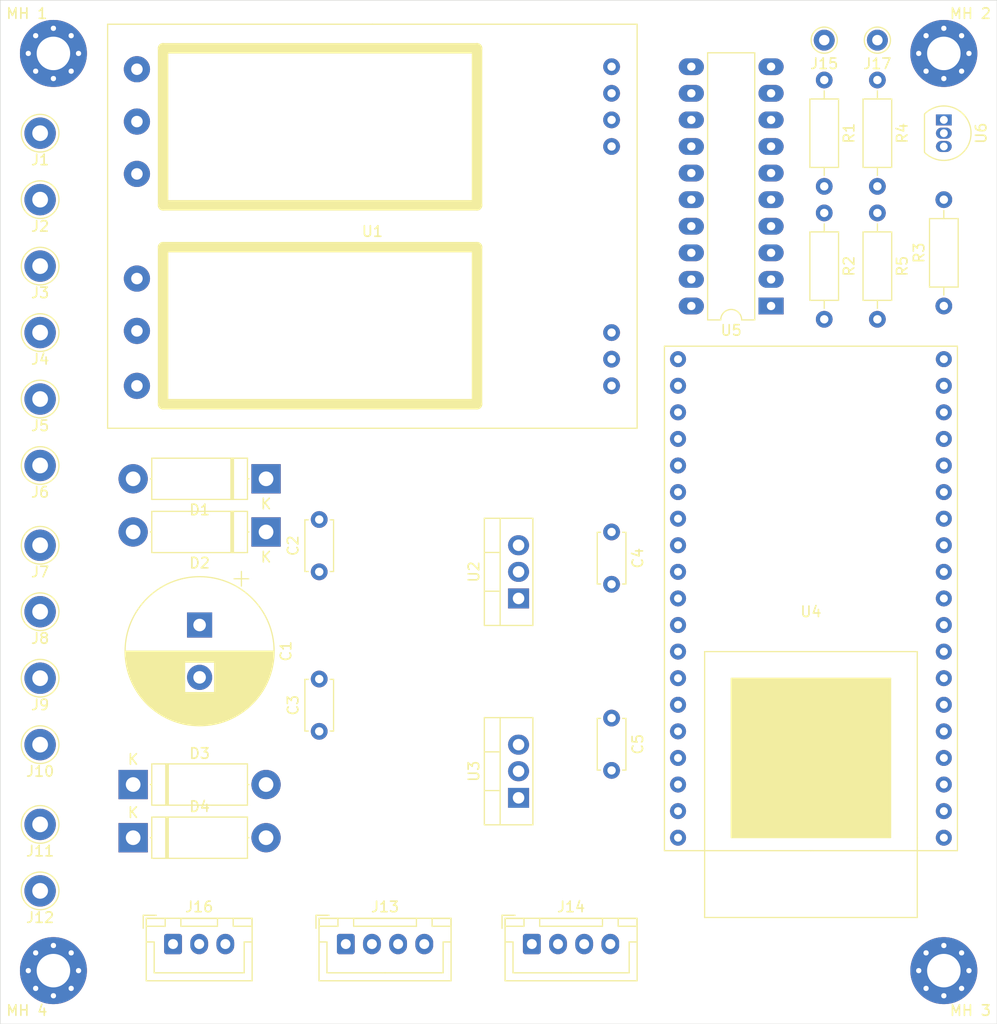
<source format=kicad_pcb>
(kicad_pcb (version 20171130) (host pcbnew 5.1.5-52549c5~84~ubuntu18.04.1)

  (general
    (thickness 1.6)
    (drawings 4)
    (tracks 0)
    (zones 0)
    (modules 41)
    (nets 59)
  )

  (page A4)
  (layers
    (0 F.Cu signal)
    (31 B.Cu signal)
    (32 B.Adhes user)
    (33 F.Adhes user)
    (34 B.Paste user)
    (35 F.Paste user)
    (36 B.SilkS user)
    (37 F.SilkS user)
    (38 B.Mask user)
    (39 F.Mask user)
    (40 Dwgs.User user)
    (41 Cmts.User user)
    (42 Eco1.User user)
    (43 Eco2.User user)
    (44 Edge.Cuts user)
    (45 Margin user)
    (46 B.CrtYd user)
    (47 F.CrtYd user)
    (48 B.Fab user)
    (49 F.Fab user)
  )

  (setup
    (last_trace_width 0.25)
    (trace_clearance 0.2)
    (zone_clearance 0.508)
    (zone_45_only no)
    (trace_min 0.2)
    (via_size 0.8)
    (via_drill 0.4)
    (via_min_size 0.4)
    (via_min_drill 0.3)
    (uvia_size 0.3)
    (uvia_drill 0.1)
    (uvias_allowed no)
    (uvia_min_size 0.2)
    (uvia_min_drill 0.1)
    (edge_width 0.05)
    (segment_width 0.2)
    (pcb_text_width 0.3)
    (pcb_text_size 1.5 1.5)
    (mod_edge_width 0.12)
    (mod_text_size 1 1)
    (mod_text_width 0.15)
    (pad_size 0.8 0.8)
    (pad_drill 0.5)
    (pad_to_mask_clearance 0.051)
    (solder_mask_min_width 0.25)
    (aux_axis_origin 0 0)
    (visible_elements FFFFFF7F)
    (pcbplotparams
      (layerselection 0x010fc_ffffffff)
      (usegerberextensions false)
      (usegerberattributes false)
      (usegerberadvancedattributes false)
      (creategerberjobfile false)
      (excludeedgelayer true)
      (linewidth 0.100000)
      (plotframeref false)
      (viasonmask false)
      (mode 1)
      (useauxorigin false)
      (hpglpennumber 1)
      (hpglpenspeed 20)
      (hpglpendiameter 15.000000)
      (psnegative false)
      (psa4output false)
      (plotreference true)
      (plotvalue true)
      (plotinvisibletext false)
      (padsonsilk false)
      (subtractmaskfromsilk false)
      (outputformat 1)
      (mirror false)
      (drillshape 1)
      (scaleselection 1)
      (outputdirectory ""))
  )

  (net 0 "")
  (net 1 GND)
  (net 2 5V)
  (net 3 12V)
  (net 4 "Net-(D1-Pad2)")
  (net 5 "Net-(D2-Pad2)")
  (net 6 "Net-(J1-Pad1)")
  (net 7 "Net-(J2-Pad1)")
  (net 8 "Net-(J3-Pad1)")
  (net 9 "Net-(J4-Pad1)")
  (net 10 "Net-(J10-Pad1)")
  (net 11 "Net-(J12-Pad1)")
  (net 12 SCL)
  (net 13 SDA)
  (net 14 3V3)
  (net 15 NeoPixel)
  (net 16 B1)
  (net 17 B0)
  (net 18 "Net-(U1-Pad8)")
  (net 19 "Net-(U1-Pad7)")
  (net 20 "Net-(U5-Pad11)")
  (net 21 A0)
  (net 22 "Net-(U5-Pad12)")
  (net 23 A1)
  (net 24 "Net-(U5-Pad13)")
  (net 25 "Net-(U5-Pad14)")
  (net 26 "Net-(U5-Pad15)")
  (net 27 "Net-(U5-Pad16)")
  (net 28 "Net-(C1-Pad1)")
  (net 29 "Net-(U4-Pad2)")
  (net 30 "Net-(U4-Pad3)")
  (net 31 "Net-(U4-Pad4)")
  (net 32 "Net-(U4-Pad8)")
  (net 33 "Net-(U4-Pad9)")
  (net 34 "Net-(U4-Pad12)")
  (net 35 "Net-(U4-Pad13)")
  (net 36 "Net-(U4-Pad15)")
  (net 37 "Net-(U4-Pad16)")
  (net 38 "Net-(U4-Pad17)")
  (net 39 "Net-(U4-Pad18)")
  (net 40 "Net-(U4-Pad20)")
  (net 41 "Net-(U4-Pad21)")
  (net 42 "Net-(U4-Pad22)")
  (net 43 "Net-(U4-Pad23)")
  (net 44 "Net-(U4-Pad24)")
  (net 45 "Net-(U4-Pad25)")
  (net 46 "Net-(U4-Pad26)")
  (net 47 PWM)
  (net 48 TACHO)
  (net 49 "Net-(U4-Pad29)")
  (net 50 "Net-(U4-Pad30)")
  (net 51 "Net-(U4-Pad34)")
  (net 52 "Net-(U4-Pad35)")
  (net 53 "Net-(U4-Pad37)")
  (net 54 DS18B20)
  (net 55 "Net-(J15-Pad1)")
  (net 56 "Net-(J17-Pad1)")
  (net 57 V_MON_1)
  (net 58 V_MON_2)

  (net_class Default "This is the default net class."
    (clearance 0.2)
    (trace_width 0.25)
    (via_dia 0.8)
    (via_drill 0.4)
    (uvia_dia 0.3)
    (uvia_drill 0.1)
    (add_net 3V3)
    (add_net A0)
    (add_net A1)
    (add_net B0)
    (add_net B1)
    (add_net DS18B20)
    (add_net GND)
    (add_net NeoPixel)
    (add_net "Net-(J15-Pad1)")
    (add_net "Net-(J17-Pad1)")
    (add_net "Net-(U1-Pad7)")
    (add_net "Net-(U1-Pad8)")
    (add_net "Net-(U4-Pad12)")
    (add_net "Net-(U4-Pad13)")
    (add_net "Net-(U4-Pad15)")
    (add_net "Net-(U4-Pad16)")
    (add_net "Net-(U4-Pad17)")
    (add_net "Net-(U4-Pad18)")
    (add_net "Net-(U4-Pad2)")
    (add_net "Net-(U4-Pad20)")
    (add_net "Net-(U4-Pad21)")
    (add_net "Net-(U4-Pad22)")
    (add_net "Net-(U4-Pad23)")
    (add_net "Net-(U4-Pad24)")
    (add_net "Net-(U4-Pad25)")
    (add_net "Net-(U4-Pad26)")
    (add_net "Net-(U4-Pad29)")
    (add_net "Net-(U4-Pad3)")
    (add_net "Net-(U4-Pad30)")
    (add_net "Net-(U4-Pad34)")
    (add_net "Net-(U4-Pad35)")
    (add_net "Net-(U4-Pad37)")
    (add_net "Net-(U4-Pad4)")
    (add_net "Net-(U4-Pad8)")
    (add_net "Net-(U4-Pad9)")
    (add_net "Net-(U5-Pad11)")
    (add_net "Net-(U5-Pad12)")
    (add_net "Net-(U5-Pad13)")
    (add_net "Net-(U5-Pad14)")
    (add_net "Net-(U5-Pad15)")
    (add_net "Net-(U5-Pad16)")
    (add_net PWM)
    (add_net SCL)
    (add_net SDA)
    (add_net TACHO)
    (add_net V_MON_1)
    (add_net V_MON_2)
  )

  (net_class Medium ""
    (clearance 0.2)
    (trace_width 0.75)
    (via_dia 0.8)
    (via_drill 0.4)
    (uvia_dia 0.3)
    (uvia_drill 0.1)
    (add_net 12V)
    (add_net 5V)
    (add_net "Net-(C1-Pad1)")
  )

  (net_class Thicker ""
    (clearance 0.4)
    (trace_width 1.5)
    (via_dia 0.8)
    (via_drill 0.4)
    (uvia_dia 0.3)
    (uvia_drill 0.1)
    (add_net "Net-(D1-Pad2)")
    (add_net "Net-(D2-Pad2)")
    (add_net "Net-(J1-Pad1)")
    (add_net "Net-(J10-Pad1)")
    (add_net "Net-(J12-Pad1)")
    (add_net "Net-(J2-Pad1)")
    (add_net "Net-(J3-Pad1)")
    (add_net "Net-(J4-Pad1)")
  )

  (module MountingHole:MountingHole_3.2mm_M3_Pad_Via (layer F.Cu) (tedit 56DDBCCA) (tstamp 5E76F8E9)
    (at 104.14 129.54)
    (descr "Mounting Hole 3.2mm, M3")
    (tags "mounting hole 3.2mm m3")
    (attr virtual)
    (fp_text reference "MH 4" (at -2.54 3.81) (layer F.SilkS)
      (effects (font (size 1 1) (thickness 0.15)))
    )
    (fp_text value "MH 4" (at -2.54 3.81) (layer F.Fab)
      (effects (font (size 1 1) (thickness 0.15)))
    )
    (fp_text user %R (at 0.3 0) (layer F.Fab)
      (effects (font (size 1 1) (thickness 0.15)))
    )
    (fp_circle (center 0 0) (end 3.2 0) (layer Cmts.User) (width 0.15))
    (fp_circle (center 0 0) (end 3.45 0) (layer F.CrtYd) (width 0.05))
    (pad 1 thru_hole circle (at 0 0) (size 6.4 6.4) (drill 3.2) (layers *.Cu *.Mask))
    (pad 1 thru_hole circle (at 2.4 0) (size 0.8 0.8) (drill 0.5) (layers *.Cu *.Mask))
    (pad 1 thru_hole circle (at 1.697056 1.697056) (size 0.8 0.8) (drill 0.5) (layers *.Cu *.Mask))
    (pad 1 thru_hole circle (at 0 2.4) (size 0.8 0.8) (drill 0.5) (layers *.Cu *.Mask))
    (pad 1 thru_hole circle (at -1.697056 1.697056) (size 0.8 0.8) (drill 0.5) (layers *.Cu *.Mask))
    (pad 1 thru_hole circle (at -2.4 0) (size 0.8 0.8) (drill 0.5) (layers *.Cu *.Mask))
    (pad 1 thru_hole circle (at -1.697056 -1.697056) (size 0.8 0.8) (drill 0.5) (layers *.Cu *.Mask))
    (pad 1 thru_hole circle (at 0 -2.4) (size 0.8 0.8) (drill 0.5) (layers *.Cu *.Mask))
    (pad 1 thru_hole circle (at 1.697056 -1.697056) (size 0.8 0.8) (drill 0.5) (layers *.Cu *.Mask))
  )

  (module MountingHole:MountingHole_3.2mm_M3_Pad_Via (layer F.Cu) (tedit 56DDBCCA) (tstamp 5E76F8CB)
    (at 189.23 129.54)
    (descr "Mounting Hole 3.2mm, M3")
    (tags "mounting hole 3.2mm m3")
    (attr virtual)
    (fp_text reference "MH 3" (at 2.54 3.81) (layer F.SilkS)
      (effects (font (size 1 1) (thickness 0.15)))
    )
    (fp_text value "MH 3" (at 2.54 3.81) (layer F.Fab)
      (effects (font (size 1 1) (thickness 0.15)))
    )
    (fp_circle (center 0 0) (end 3.45 0) (layer F.CrtYd) (width 0.05))
    (fp_circle (center 0 0) (end 3.2 0) (layer Cmts.User) (width 0.15))
    (fp_text user %R (at 0.3 0) (layer F.Fab)
      (effects (font (size 1 1) (thickness 0.15)))
    )
    (pad 1 thru_hole circle (at 1.697056 -1.697056) (size 0.8 0.8) (drill 0.5) (layers *.Cu *.Mask))
    (pad 1 thru_hole circle (at 0 -2.4) (size 0.8 0.8) (drill 0.5) (layers *.Cu *.Mask))
    (pad 1 thru_hole circle (at -1.697056 -1.697056) (size 0.8 0.8) (drill 0.5) (layers *.Cu *.Mask))
    (pad 1 thru_hole circle (at -2.4 0) (size 0.8 0.8) (drill 0.5) (layers *.Cu *.Mask))
    (pad 1 thru_hole circle (at -1.697056 1.697056) (size 0.8 0.8) (drill 0.5) (layers *.Cu *.Mask))
    (pad 1 thru_hole circle (at 0 2.4) (size 0.8 0.8) (drill 0.5) (layers *.Cu *.Mask))
    (pad 1 thru_hole circle (at 1.697056 1.697056) (size 0.8 0.8) (drill 0.5) (layers *.Cu *.Mask))
    (pad 1 thru_hole circle (at 2.4 0) (size 0.8 0.8) (drill 0.5) (layers *.Cu *.Mask))
    (pad 1 thru_hole circle (at 0 0) (size 6.4 6.4) (drill 3.2) (layers *.Cu *.Mask))
  )

  (module MountingHole:MountingHole_3.2mm_M3_Pad_Via (layer F.Cu) (tedit 56DDBCCA) (tstamp 5E76F852)
    (at 189.23 41.91)
    (descr "Mounting Hole 3.2mm, M3")
    (tags "mounting hole 3.2mm m3")
    (attr virtual)
    (fp_text reference "MH 2" (at 2.54 -3.81) (layer F.SilkS)
      (effects (font (size 1 1) (thickness 0.15)))
    )
    (fp_text value "MH 2" (at 2.54 -3.81) (layer F.Fab)
      (effects (font (size 1 1) (thickness 0.15)))
    )
    (fp_text user %R (at 0.3 0) (layer F.Fab)
      (effects (font (size 1 1) (thickness 0.15)))
    )
    (fp_circle (center 0 0) (end 3.2 0) (layer Cmts.User) (width 0.15))
    (fp_circle (center 0 0) (end 3.45 0) (layer F.CrtYd) (width 0.05))
    (pad 1 thru_hole circle (at 0 0) (size 6.4 6.4) (drill 3.2) (layers *.Cu *.Mask))
    (pad 1 thru_hole circle (at 2.4 0) (size 0.8 0.8) (drill 0.5) (layers *.Cu *.Mask))
    (pad 1 thru_hole circle (at 1.697056 1.697056) (size 0.8 0.8) (drill 0.5) (layers *.Cu *.Mask))
    (pad 1 thru_hole circle (at 0 2.4) (size 0.8 0.8) (drill 0.5) (layers *.Cu *.Mask))
    (pad 1 thru_hole circle (at -1.697056 1.697056) (size 0.8 0.8) (drill 0.5) (layers *.Cu *.Mask))
    (pad 1 thru_hole circle (at -2.4 0) (size 0.8 0.8) (drill 0.5) (layers *.Cu *.Mask))
    (pad 1 thru_hole circle (at -1.697056 -1.697056) (size 0.8 0.8) (drill 0.5) (layers *.Cu *.Mask))
    (pad 1 thru_hole circle (at 0 -2.4) (size 0.8 0.8) (drill 0.5) (layers *.Cu *.Mask))
    (pad 1 thru_hole circle (at 1.697056 -1.697056) (size 0.8 0.8) (drill 0.5) (layers *.Cu *.Mask))
  )

  (module MountingHole:MountingHole_3.2mm_M3_Pad_Via (layer F.Cu) (tedit 56DDBCCA) (tstamp 5E76F7F1)
    (at 104.14 41.91)
    (descr "Mounting Hole 3.2mm, M3")
    (tags "mounting hole 3.2mm m3")
    (attr virtual)
    (fp_text reference "MH 1" (at -2.54 -3.81) (layer F.SilkS)
      (effects (font (size 1 1) (thickness 0.15)))
    )
    (fp_text value "MH 1" (at -2.54 -3.81) (layer F.Fab)
      (effects (font (size 1 1) (thickness 0.15)))
    )
    (fp_circle (center 0 0) (end 3.45 0) (layer F.CrtYd) (width 0.05))
    (fp_circle (center 0 0) (end 3.2 0) (layer Cmts.User) (width 0.15))
    (fp_text user %R (at 0.3 0) (layer F.Fab)
      (effects (font (size 1 1) (thickness 0.15)))
    )
    (pad 1 thru_hole circle (at 1.697056 -1.697056) (size 0.8 0.8) (drill 0.5) (layers *.Cu *.Mask))
    (pad 1 thru_hole circle (at 0 -2.4) (size 0.8 0.8) (drill 0.5) (layers *.Cu *.Mask))
    (pad 1 thru_hole circle (at -1.697056 -1.697056) (size 0.8 0.8) (drill 0.5) (layers *.Cu *.Mask))
    (pad 1 thru_hole circle (at -2.4 0) (size 0.8 0.8) (drill 0.5) (layers *.Cu *.Mask))
    (pad 1 thru_hole circle (at -1.697056 1.697056) (size 0.8 0.8) (drill 0.5) (layers *.Cu *.Mask))
    (pad 1 thru_hole circle (at 0 2.4) (size 0.8 0.8) (drill 0.5) (layers *.Cu *.Mask))
    (pad 1 thru_hole circle (at 1.697056 1.697056) (size 0.8 0.8) (drill 0.5) (layers *.Cu *.Mask))
    (pad 1 thru_hole circle (at 2.4 0) (size 0.8 0.8) (drill 0.5) (layers *.Cu *.Mask))
    (pad 1 thru_hole circle (at 0 0) (size 6.4 6.4) (drill 3.2) (layers *.Cu *.Mask))
  )

  (module Capacitor_THT:CP_Radial_D14.0mm_P5.00mm (layer F.Cu) (tedit 5AE50EF1) (tstamp 5E76A0B0)
    (at 118.11 96.52 270)
    (descr "CP, Radial series, Radial, pin pitch=5.00mm, , diameter=14mm, Electrolytic Capacitor")
    (tags "CP Radial series Radial pin pitch 5.00mm  diameter 14mm Electrolytic Capacitor")
    (path /5E737B64)
    (fp_text reference C1 (at 2.5 -8.25 90) (layer F.SilkS)
      (effects (font (size 1 1) (thickness 0.15)))
    )
    (fp_text value 1000u/50V (at 2.5 8.25 90) (layer F.Fab)
      (effects (font (size 1 1) (thickness 0.15)))
    )
    (fp_circle (center 2.5 0) (end 9.5 0) (layer F.Fab) (width 0.1))
    (fp_circle (center 2.5 0) (end 9.62 0) (layer F.SilkS) (width 0.12))
    (fp_circle (center 2.5 0) (end 9.75 0) (layer F.CrtYd) (width 0.05))
    (fp_line (start -3.513066 -3.0675) (end -2.113066 -3.0675) (layer F.Fab) (width 0.1))
    (fp_line (start -2.813066 -3.7675) (end -2.813066 -2.3675) (layer F.Fab) (width 0.1))
    (fp_line (start 2.5 -7.08) (end 2.5 7.08) (layer F.SilkS) (width 0.12))
    (fp_line (start 2.54 -7.08) (end 2.54 7.08) (layer F.SilkS) (width 0.12))
    (fp_line (start 2.58 -7.08) (end 2.58 7.08) (layer F.SilkS) (width 0.12))
    (fp_line (start 2.62 -7.079) (end 2.62 7.079) (layer F.SilkS) (width 0.12))
    (fp_line (start 2.66 -7.079) (end 2.66 7.079) (layer F.SilkS) (width 0.12))
    (fp_line (start 2.7 -7.078) (end 2.7 7.078) (layer F.SilkS) (width 0.12))
    (fp_line (start 2.74 -7.076) (end 2.74 7.076) (layer F.SilkS) (width 0.12))
    (fp_line (start 2.78 -7.075) (end 2.78 7.075) (layer F.SilkS) (width 0.12))
    (fp_line (start 2.82 -7.073) (end 2.82 7.073) (layer F.SilkS) (width 0.12))
    (fp_line (start 2.86 -7.071) (end 2.86 7.071) (layer F.SilkS) (width 0.12))
    (fp_line (start 2.9 -7.069) (end 2.9 7.069) (layer F.SilkS) (width 0.12))
    (fp_line (start 2.94 -7.067) (end 2.94 7.067) (layer F.SilkS) (width 0.12))
    (fp_line (start 2.98 -7.064) (end 2.98 7.064) (layer F.SilkS) (width 0.12))
    (fp_line (start 3.02 -7.061) (end 3.02 7.061) (layer F.SilkS) (width 0.12))
    (fp_line (start 3.06 -7.058) (end 3.06 7.058) (layer F.SilkS) (width 0.12))
    (fp_line (start 3.1 -7.055) (end 3.1 7.055) (layer F.SilkS) (width 0.12))
    (fp_line (start 3.14 -7.052) (end 3.14 7.052) (layer F.SilkS) (width 0.12))
    (fp_line (start 3.18 -7.048) (end 3.18 7.048) (layer F.SilkS) (width 0.12))
    (fp_line (start 3.221 -7.044) (end 3.221 7.044) (layer F.SilkS) (width 0.12))
    (fp_line (start 3.261 -7.04) (end 3.261 7.04) (layer F.SilkS) (width 0.12))
    (fp_line (start 3.301 -7.035) (end 3.301 7.035) (layer F.SilkS) (width 0.12))
    (fp_line (start 3.341 -7.031) (end 3.341 7.031) (layer F.SilkS) (width 0.12))
    (fp_line (start 3.381 -7.026) (end 3.381 7.026) (layer F.SilkS) (width 0.12))
    (fp_line (start 3.421 -7.021) (end 3.421 7.021) (layer F.SilkS) (width 0.12))
    (fp_line (start 3.461 -7.015) (end 3.461 7.015) (layer F.SilkS) (width 0.12))
    (fp_line (start 3.501 -7.01) (end 3.501 7.01) (layer F.SilkS) (width 0.12))
    (fp_line (start 3.541 -7.004) (end 3.541 7.004) (layer F.SilkS) (width 0.12))
    (fp_line (start 3.581 -6.998) (end 3.581 -1.44) (layer F.SilkS) (width 0.12))
    (fp_line (start 3.581 1.44) (end 3.581 6.998) (layer F.SilkS) (width 0.12))
    (fp_line (start 3.621 -6.992) (end 3.621 -1.44) (layer F.SilkS) (width 0.12))
    (fp_line (start 3.621 1.44) (end 3.621 6.992) (layer F.SilkS) (width 0.12))
    (fp_line (start 3.661 -6.985) (end 3.661 -1.44) (layer F.SilkS) (width 0.12))
    (fp_line (start 3.661 1.44) (end 3.661 6.985) (layer F.SilkS) (width 0.12))
    (fp_line (start 3.701 -6.979) (end 3.701 -1.44) (layer F.SilkS) (width 0.12))
    (fp_line (start 3.701 1.44) (end 3.701 6.979) (layer F.SilkS) (width 0.12))
    (fp_line (start 3.741 -6.972) (end 3.741 -1.44) (layer F.SilkS) (width 0.12))
    (fp_line (start 3.741 1.44) (end 3.741 6.972) (layer F.SilkS) (width 0.12))
    (fp_line (start 3.781 -6.964) (end 3.781 -1.44) (layer F.SilkS) (width 0.12))
    (fp_line (start 3.781 1.44) (end 3.781 6.964) (layer F.SilkS) (width 0.12))
    (fp_line (start 3.821 -6.957) (end 3.821 -1.44) (layer F.SilkS) (width 0.12))
    (fp_line (start 3.821 1.44) (end 3.821 6.957) (layer F.SilkS) (width 0.12))
    (fp_line (start 3.861 -6.949) (end 3.861 -1.44) (layer F.SilkS) (width 0.12))
    (fp_line (start 3.861 1.44) (end 3.861 6.949) (layer F.SilkS) (width 0.12))
    (fp_line (start 3.901 -6.942) (end 3.901 -1.44) (layer F.SilkS) (width 0.12))
    (fp_line (start 3.901 1.44) (end 3.901 6.942) (layer F.SilkS) (width 0.12))
    (fp_line (start 3.941 -6.933) (end 3.941 -1.44) (layer F.SilkS) (width 0.12))
    (fp_line (start 3.941 1.44) (end 3.941 6.933) (layer F.SilkS) (width 0.12))
    (fp_line (start 3.981 -6.925) (end 3.981 -1.44) (layer F.SilkS) (width 0.12))
    (fp_line (start 3.981 1.44) (end 3.981 6.925) (layer F.SilkS) (width 0.12))
    (fp_line (start 4.021 -6.916) (end 4.021 -1.44) (layer F.SilkS) (width 0.12))
    (fp_line (start 4.021 1.44) (end 4.021 6.916) (layer F.SilkS) (width 0.12))
    (fp_line (start 4.061 -6.907) (end 4.061 -1.44) (layer F.SilkS) (width 0.12))
    (fp_line (start 4.061 1.44) (end 4.061 6.907) (layer F.SilkS) (width 0.12))
    (fp_line (start 4.101 -6.898) (end 4.101 -1.44) (layer F.SilkS) (width 0.12))
    (fp_line (start 4.101 1.44) (end 4.101 6.898) (layer F.SilkS) (width 0.12))
    (fp_line (start 4.141 -6.889) (end 4.141 -1.44) (layer F.SilkS) (width 0.12))
    (fp_line (start 4.141 1.44) (end 4.141 6.889) (layer F.SilkS) (width 0.12))
    (fp_line (start 4.181 -6.879) (end 4.181 -1.44) (layer F.SilkS) (width 0.12))
    (fp_line (start 4.181 1.44) (end 4.181 6.879) (layer F.SilkS) (width 0.12))
    (fp_line (start 4.221 -6.87) (end 4.221 -1.44) (layer F.SilkS) (width 0.12))
    (fp_line (start 4.221 1.44) (end 4.221 6.87) (layer F.SilkS) (width 0.12))
    (fp_line (start 4.261 -6.86) (end 4.261 -1.44) (layer F.SilkS) (width 0.12))
    (fp_line (start 4.261 1.44) (end 4.261 6.86) (layer F.SilkS) (width 0.12))
    (fp_line (start 4.301 -6.849) (end 4.301 -1.44) (layer F.SilkS) (width 0.12))
    (fp_line (start 4.301 1.44) (end 4.301 6.849) (layer F.SilkS) (width 0.12))
    (fp_line (start 4.341 -6.839) (end 4.341 -1.44) (layer F.SilkS) (width 0.12))
    (fp_line (start 4.341 1.44) (end 4.341 6.839) (layer F.SilkS) (width 0.12))
    (fp_line (start 4.381 -6.828) (end 4.381 -1.44) (layer F.SilkS) (width 0.12))
    (fp_line (start 4.381 1.44) (end 4.381 6.828) (layer F.SilkS) (width 0.12))
    (fp_line (start 4.421 -6.817) (end 4.421 -1.44) (layer F.SilkS) (width 0.12))
    (fp_line (start 4.421 1.44) (end 4.421 6.817) (layer F.SilkS) (width 0.12))
    (fp_line (start 4.461 -6.805) (end 4.461 -1.44) (layer F.SilkS) (width 0.12))
    (fp_line (start 4.461 1.44) (end 4.461 6.805) (layer F.SilkS) (width 0.12))
    (fp_line (start 4.501 -6.794) (end 4.501 -1.44) (layer F.SilkS) (width 0.12))
    (fp_line (start 4.501 1.44) (end 4.501 6.794) (layer F.SilkS) (width 0.12))
    (fp_line (start 4.541 -6.782) (end 4.541 -1.44) (layer F.SilkS) (width 0.12))
    (fp_line (start 4.541 1.44) (end 4.541 6.782) (layer F.SilkS) (width 0.12))
    (fp_line (start 4.581 -6.77) (end 4.581 -1.44) (layer F.SilkS) (width 0.12))
    (fp_line (start 4.581 1.44) (end 4.581 6.77) (layer F.SilkS) (width 0.12))
    (fp_line (start 4.621 -6.758) (end 4.621 -1.44) (layer F.SilkS) (width 0.12))
    (fp_line (start 4.621 1.44) (end 4.621 6.758) (layer F.SilkS) (width 0.12))
    (fp_line (start 4.661 -6.745) (end 4.661 -1.44) (layer F.SilkS) (width 0.12))
    (fp_line (start 4.661 1.44) (end 4.661 6.745) (layer F.SilkS) (width 0.12))
    (fp_line (start 4.701 -6.732) (end 4.701 -1.44) (layer F.SilkS) (width 0.12))
    (fp_line (start 4.701 1.44) (end 4.701 6.732) (layer F.SilkS) (width 0.12))
    (fp_line (start 4.741 -6.719) (end 4.741 -1.44) (layer F.SilkS) (width 0.12))
    (fp_line (start 4.741 1.44) (end 4.741 6.719) (layer F.SilkS) (width 0.12))
    (fp_line (start 4.781 -6.706) (end 4.781 -1.44) (layer F.SilkS) (width 0.12))
    (fp_line (start 4.781 1.44) (end 4.781 6.706) (layer F.SilkS) (width 0.12))
    (fp_line (start 4.821 -6.692) (end 4.821 -1.44) (layer F.SilkS) (width 0.12))
    (fp_line (start 4.821 1.44) (end 4.821 6.692) (layer F.SilkS) (width 0.12))
    (fp_line (start 4.861 -6.678) (end 4.861 -1.44) (layer F.SilkS) (width 0.12))
    (fp_line (start 4.861 1.44) (end 4.861 6.678) (layer F.SilkS) (width 0.12))
    (fp_line (start 4.901 -6.664) (end 4.901 -1.44) (layer F.SilkS) (width 0.12))
    (fp_line (start 4.901 1.44) (end 4.901 6.664) (layer F.SilkS) (width 0.12))
    (fp_line (start 4.941 -6.649) (end 4.941 -1.44) (layer F.SilkS) (width 0.12))
    (fp_line (start 4.941 1.44) (end 4.941 6.649) (layer F.SilkS) (width 0.12))
    (fp_line (start 4.981 -6.635) (end 4.981 -1.44) (layer F.SilkS) (width 0.12))
    (fp_line (start 4.981 1.44) (end 4.981 6.635) (layer F.SilkS) (width 0.12))
    (fp_line (start 5.021 -6.62) (end 5.021 -1.44) (layer F.SilkS) (width 0.12))
    (fp_line (start 5.021 1.44) (end 5.021 6.62) (layer F.SilkS) (width 0.12))
    (fp_line (start 5.061 -6.604) (end 5.061 -1.44) (layer F.SilkS) (width 0.12))
    (fp_line (start 5.061 1.44) (end 5.061 6.604) (layer F.SilkS) (width 0.12))
    (fp_line (start 5.101 -6.589) (end 5.101 -1.44) (layer F.SilkS) (width 0.12))
    (fp_line (start 5.101 1.44) (end 5.101 6.589) (layer F.SilkS) (width 0.12))
    (fp_line (start 5.141 -6.573) (end 5.141 -1.44) (layer F.SilkS) (width 0.12))
    (fp_line (start 5.141 1.44) (end 5.141 6.573) (layer F.SilkS) (width 0.12))
    (fp_line (start 5.181 -6.557) (end 5.181 -1.44) (layer F.SilkS) (width 0.12))
    (fp_line (start 5.181 1.44) (end 5.181 6.557) (layer F.SilkS) (width 0.12))
    (fp_line (start 5.221 -6.54) (end 5.221 -1.44) (layer F.SilkS) (width 0.12))
    (fp_line (start 5.221 1.44) (end 5.221 6.54) (layer F.SilkS) (width 0.12))
    (fp_line (start 5.261 -6.524) (end 5.261 -1.44) (layer F.SilkS) (width 0.12))
    (fp_line (start 5.261 1.44) (end 5.261 6.524) (layer F.SilkS) (width 0.12))
    (fp_line (start 5.301 -6.507) (end 5.301 -1.44) (layer F.SilkS) (width 0.12))
    (fp_line (start 5.301 1.44) (end 5.301 6.507) (layer F.SilkS) (width 0.12))
    (fp_line (start 5.341 -6.49) (end 5.341 -1.44) (layer F.SilkS) (width 0.12))
    (fp_line (start 5.341 1.44) (end 5.341 6.49) (layer F.SilkS) (width 0.12))
    (fp_line (start 5.381 -6.472) (end 5.381 -1.44) (layer F.SilkS) (width 0.12))
    (fp_line (start 5.381 1.44) (end 5.381 6.472) (layer F.SilkS) (width 0.12))
    (fp_line (start 5.421 -6.454) (end 5.421 -1.44) (layer F.SilkS) (width 0.12))
    (fp_line (start 5.421 1.44) (end 5.421 6.454) (layer F.SilkS) (width 0.12))
    (fp_line (start 5.461 -6.436) (end 5.461 -1.44) (layer F.SilkS) (width 0.12))
    (fp_line (start 5.461 1.44) (end 5.461 6.436) (layer F.SilkS) (width 0.12))
    (fp_line (start 5.501 -6.418) (end 5.501 -1.44) (layer F.SilkS) (width 0.12))
    (fp_line (start 5.501 1.44) (end 5.501 6.418) (layer F.SilkS) (width 0.12))
    (fp_line (start 5.541 -6.399) (end 5.541 -1.44) (layer F.SilkS) (width 0.12))
    (fp_line (start 5.541 1.44) (end 5.541 6.399) (layer F.SilkS) (width 0.12))
    (fp_line (start 5.581 -6.38) (end 5.581 -1.44) (layer F.SilkS) (width 0.12))
    (fp_line (start 5.581 1.44) (end 5.581 6.38) (layer F.SilkS) (width 0.12))
    (fp_line (start 5.621 -6.36) (end 5.621 -1.44) (layer F.SilkS) (width 0.12))
    (fp_line (start 5.621 1.44) (end 5.621 6.36) (layer F.SilkS) (width 0.12))
    (fp_line (start 5.661 -6.341) (end 5.661 -1.44) (layer F.SilkS) (width 0.12))
    (fp_line (start 5.661 1.44) (end 5.661 6.341) (layer F.SilkS) (width 0.12))
    (fp_line (start 5.701 -6.321) (end 5.701 -1.44) (layer F.SilkS) (width 0.12))
    (fp_line (start 5.701 1.44) (end 5.701 6.321) (layer F.SilkS) (width 0.12))
    (fp_line (start 5.741 -6.301) (end 5.741 -1.44) (layer F.SilkS) (width 0.12))
    (fp_line (start 5.741 1.44) (end 5.741 6.301) (layer F.SilkS) (width 0.12))
    (fp_line (start 5.781 -6.28) (end 5.781 -1.44) (layer F.SilkS) (width 0.12))
    (fp_line (start 5.781 1.44) (end 5.781 6.28) (layer F.SilkS) (width 0.12))
    (fp_line (start 5.821 -6.259) (end 5.821 -1.44) (layer F.SilkS) (width 0.12))
    (fp_line (start 5.821 1.44) (end 5.821 6.259) (layer F.SilkS) (width 0.12))
    (fp_line (start 5.861 -6.238) (end 5.861 -1.44) (layer F.SilkS) (width 0.12))
    (fp_line (start 5.861 1.44) (end 5.861 6.238) (layer F.SilkS) (width 0.12))
    (fp_line (start 5.901 -6.216) (end 5.901 -1.44) (layer F.SilkS) (width 0.12))
    (fp_line (start 5.901 1.44) (end 5.901 6.216) (layer F.SilkS) (width 0.12))
    (fp_line (start 5.941 -6.194) (end 5.941 -1.44) (layer F.SilkS) (width 0.12))
    (fp_line (start 5.941 1.44) (end 5.941 6.194) (layer F.SilkS) (width 0.12))
    (fp_line (start 5.981 -6.172) (end 5.981 -1.44) (layer F.SilkS) (width 0.12))
    (fp_line (start 5.981 1.44) (end 5.981 6.172) (layer F.SilkS) (width 0.12))
    (fp_line (start 6.021 -6.15) (end 6.021 -1.44) (layer F.SilkS) (width 0.12))
    (fp_line (start 6.021 1.44) (end 6.021 6.15) (layer F.SilkS) (width 0.12))
    (fp_line (start 6.061 -6.127) (end 6.061 -1.44) (layer F.SilkS) (width 0.12))
    (fp_line (start 6.061 1.44) (end 6.061 6.127) (layer F.SilkS) (width 0.12))
    (fp_line (start 6.101 -6.103) (end 6.101 -1.44) (layer F.SilkS) (width 0.12))
    (fp_line (start 6.101 1.44) (end 6.101 6.103) (layer F.SilkS) (width 0.12))
    (fp_line (start 6.141 -6.08) (end 6.141 -1.44) (layer F.SilkS) (width 0.12))
    (fp_line (start 6.141 1.44) (end 6.141 6.08) (layer F.SilkS) (width 0.12))
    (fp_line (start 6.181 -6.056) (end 6.181 -1.44) (layer F.SilkS) (width 0.12))
    (fp_line (start 6.181 1.44) (end 6.181 6.056) (layer F.SilkS) (width 0.12))
    (fp_line (start 6.221 -6.031) (end 6.221 -1.44) (layer F.SilkS) (width 0.12))
    (fp_line (start 6.221 1.44) (end 6.221 6.031) (layer F.SilkS) (width 0.12))
    (fp_line (start 6.261 -6.007) (end 6.261 -1.44) (layer F.SilkS) (width 0.12))
    (fp_line (start 6.261 1.44) (end 6.261 6.007) (layer F.SilkS) (width 0.12))
    (fp_line (start 6.301 -5.982) (end 6.301 -1.44) (layer F.SilkS) (width 0.12))
    (fp_line (start 6.301 1.44) (end 6.301 5.982) (layer F.SilkS) (width 0.12))
    (fp_line (start 6.341 -5.956) (end 6.341 -1.44) (layer F.SilkS) (width 0.12))
    (fp_line (start 6.341 1.44) (end 6.341 5.956) (layer F.SilkS) (width 0.12))
    (fp_line (start 6.381 -5.93) (end 6.381 -1.44) (layer F.SilkS) (width 0.12))
    (fp_line (start 6.381 1.44) (end 6.381 5.93) (layer F.SilkS) (width 0.12))
    (fp_line (start 6.421 -5.904) (end 6.421 -1.44) (layer F.SilkS) (width 0.12))
    (fp_line (start 6.421 1.44) (end 6.421 5.904) (layer F.SilkS) (width 0.12))
    (fp_line (start 6.461 -5.878) (end 6.461 5.878) (layer F.SilkS) (width 0.12))
    (fp_line (start 6.501 -5.851) (end 6.501 5.851) (layer F.SilkS) (width 0.12))
    (fp_line (start 6.541 -5.823) (end 6.541 5.823) (layer F.SilkS) (width 0.12))
    (fp_line (start 6.581 -5.796) (end 6.581 5.796) (layer F.SilkS) (width 0.12))
    (fp_line (start 6.621 -5.767) (end 6.621 5.767) (layer F.SilkS) (width 0.12))
    (fp_line (start 6.661 -5.739) (end 6.661 5.739) (layer F.SilkS) (width 0.12))
    (fp_line (start 6.701 -5.71) (end 6.701 5.71) (layer F.SilkS) (width 0.12))
    (fp_line (start 6.741 -5.68) (end 6.741 5.68) (layer F.SilkS) (width 0.12))
    (fp_line (start 6.781 -5.65) (end 6.781 5.65) (layer F.SilkS) (width 0.12))
    (fp_line (start 6.821 -5.62) (end 6.821 5.62) (layer F.SilkS) (width 0.12))
    (fp_line (start 6.861 -5.589) (end 6.861 5.589) (layer F.SilkS) (width 0.12))
    (fp_line (start 6.901 -5.558) (end 6.901 5.558) (layer F.SilkS) (width 0.12))
    (fp_line (start 6.941 -5.527) (end 6.941 5.527) (layer F.SilkS) (width 0.12))
    (fp_line (start 6.981 -5.494) (end 6.981 5.494) (layer F.SilkS) (width 0.12))
    (fp_line (start 7.021 -5.462) (end 7.021 5.462) (layer F.SilkS) (width 0.12))
    (fp_line (start 7.061 -5.429) (end 7.061 5.429) (layer F.SilkS) (width 0.12))
    (fp_line (start 7.101 -5.395) (end 7.101 5.395) (layer F.SilkS) (width 0.12))
    (fp_line (start 7.141 -5.361) (end 7.141 5.361) (layer F.SilkS) (width 0.12))
    (fp_line (start 7.181 -5.326) (end 7.181 5.326) (layer F.SilkS) (width 0.12))
    (fp_line (start 7.221 -5.291) (end 7.221 5.291) (layer F.SilkS) (width 0.12))
    (fp_line (start 7.261 -5.255) (end 7.261 5.255) (layer F.SilkS) (width 0.12))
    (fp_line (start 7.301 -5.219) (end 7.301 5.219) (layer F.SilkS) (width 0.12))
    (fp_line (start 7.341 -5.182) (end 7.341 5.182) (layer F.SilkS) (width 0.12))
    (fp_line (start 7.381 -5.145) (end 7.381 5.145) (layer F.SilkS) (width 0.12))
    (fp_line (start 7.421 -5.107) (end 7.421 5.107) (layer F.SilkS) (width 0.12))
    (fp_line (start 7.461 -5.069) (end 7.461 5.069) (layer F.SilkS) (width 0.12))
    (fp_line (start 7.501 -5.029) (end 7.501 5.029) (layer F.SilkS) (width 0.12))
    (fp_line (start 7.541 -4.99) (end 7.541 4.99) (layer F.SilkS) (width 0.12))
    (fp_line (start 7.581 -4.949) (end 7.581 4.949) (layer F.SilkS) (width 0.12))
    (fp_line (start 7.621 -4.908) (end 7.621 4.908) (layer F.SilkS) (width 0.12))
    (fp_line (start 7.661 -4.866) (end 7.661 4.866) (layer F.SilkS) (width 0.12))
    (fp_line (start 7.701 -4.824) (end 7.701 4.824) (layer F.SilkS) (width 0.12))
    (fp_line (start 7.741 -4.781) (end 7.741 4.781) (layer F.SilkS) (width 0.12))
    (fp_line (start 7.781 -4.737) (end 7.781 4.737) (layer F.SilkS) (width 0.12))
    (fp_line (start 7.821 -4.693) (end 7.821 4.693) (layer F.SilkS) (width 0.12))
    (fp_line (start 7.861 -4.647) (end 7.861 4.647) (layer F.SilkS) (width 0.12))
    (fp_line (start 7.901 -4.601) (end 7.901 4.601) (layer F.SilkS) (width 0.12))
    (fp_line (start 7.941 -4.554) (end 7.941 4.554) (layer F.SilkS) (width 0.12))
    (fp_line (start 7.981 -4.506) (end 7.981 4.506) (layer F.SilkS) (width 0.12))
    (fp_line (start 8.021 -4.458) (end 8.021 4.458) (layer F.SilkS) (width 0.12))
    (fp_line (start 8.061 -4.408) (end 8.061 4.408) (layer F.SilkS) (width 0.12))
    (fp_line (start 8.101 -4.358) (end 8.101 4.358) (layer F.SilkS) (width 0.12))
    (fp_line (start 8.141 -4.306) (end 8.141 4.306) (layer F.SilkS) (width 0.12))
    (fp_line (start 8.181 -4.254) (end 8.181 4.254) (layer F.SilkS) (width 0.12))
    (fp_line (start 8.221 -4.2) (end 8.221 4.2) (layer F.SilkS) (width 0.12))
    (fp_line (start 8.261 -4.146) (end 8.261 4.146) (layer F.SilkS) (width 0.12))
    (fp_line (start 8.301 -4.09) (end 8.301 4.09) (layer F.SilkS) (width 0.12))
    (fp_line (start 8.341 -4.033) (end 8.341 4.033) (layer F.SilkS) (width 0.12))
    (fp_line (start 8.381 -3.975) (end 8.381 3.975) (layer F.SilkS) (width 0.12))
    (fp_line (start 8.421 -3.916) (end 8.421 3.916) (layer F.SilkS) (width 0.12))
    (fp_line (start 8.461 -3.856) (end 8.461 3.856) (layer F.SilkS) (width 0.12))
    (fp_line (start 8.501 -3.794) (end 8.501 3.794) (layer F.SilkS) (width 0.12))
    (fp_line (start 8.541 -3.73) (end 8.541 3.73) (layer F.SilkS) (width 0.12))
    (fp_line (start 8.581 -3.666) (end 8.581 3.666) (layer F.SilkS) (width 0.12))
    (fp_line (start 8.621 -3.599) (end 8.621 3.599) (layer F.SilkS) (width 0.12))
    (fp_line (start 8.661 -3.531) (end 8.661 3.531) (layer F.SilkS) (width 0.12))
    (fp_line (start 8.701 -3.461) (end 8.701 3.461) (layer F.SilkS) (width 0.12))
    (fp_line (start 8.741 -3.389) (end 8.741 3.389) (layer F.SilkS) (width 0.12))
    (fp_line (start 8.781 -3.315) (end 8.781 3.315) (layer F.SilkS) (width 0.12))
    (fp_line (start 8.821 -3.24) (end 8.821 3.24) (layer F.SilkS) (width 0.12))
    (fp_line (start 8.861 -3.161) (end 8.861 3.161) (layer F.SilkS) (width 0.12))
    (fp_line (start 8.901 -3.08) (end 8.901 3.08) (layer F.SilkS) (width 0.12))
    (fp_line (start 8.941 -2.997) (end 8.941 2.997) (layer F.SilkS) (width 0.12))
    (fp_line (start 8.981 -2.911) (end 8.981 2.911) (layer F.SilkS) (width 0.12))
    (fp_line (start 9.021 -2.821) (end 9.021 2.821) (layer F.SilkS) (width 0.12))
    (fp_line (start 9.061 -2.728) (end 9.061 2.728) (layer F.SilkS) (width 0.12))
    (fp_line (start 9.101 -2.632) (end 9.101 2.632) (layer F.SilkS) (width 0.12))
    (fp_line (start 9.141 -2.53) (end 9.141 2.53) (layer F.SilkS) (width 0.12))
    (fp_line (start 9.181 -2.425) (end 9.181 2.425) (layer F.SilkS) (width 0.12))
    (fp_line (start 9.221 -2.313) (end 9.221 2.313) (layer F.SilkS) (width 0.12))
    (fp_line (start 9.261 -2.196) (end 9.261 2.196) (layer F.SilkS) (width 0.12))
    (fp_line (start 9.301 -2.071) (end 9.301 2.071) (layer F.SilkS) (width 0.12))
    (fp_line (start 9.341 -1.938) (end 9.341 1.938) (layer F.SilkS) (width 0.12))
    (fp_line (start 9.381 -1.794) (end 9.381 1.794) (layer F.SilkS) (width 0.12))
    (fp_line (start 9.421 -1.636) (end 9.421 1.636) (layer F.SilkS) (width 0.12))
    (fp_line (start 9.461 -1.461) (end 9.461 1.461) (layer F.SilkS) (width 0.12))
    (fp_line (start 9.501 -1.262) (end 9.501 1.262) (layer F.SilkS) (width 0.12))
    (fp_line (start 9.541 -1.025) (end 9.541 1.025) (layer F.SilkS) (width 0.12))
    (fp_line (start 9.581 -0.714) (end 9.581 0.714) (layer F.SilkS) (width 0.12))
    (fp_line (start -5.119543 -3.995) (end -3.719543 -3.995) (layer F.SilkS) (width 0.12))
    (fp_line (start -4.419543 -4.695) (end -4.419543 -3.295) (layer F.SilkS) (width 0.12))
    (fp_text user %R (at 2.5 0 90) (layer F.Fab)
      (effects (font (size 1 1) (thickness 0.15)))
    )
    (pad 1 thru_hole rect (at 0 0 270) (size 2.4 2.4) (drill 1.2) (layers *.Cu *.Mask)
      (net 28 "Net-(C1-Pad1)"))
    (pad 2 thru_hole circle (at 5 0 270) (size 2.4 2.4) (drill 1.2) (layers *.Cu *.Mask)
      (net 1 GND))
    (model ${KISYS3DMOD}/Capacitor_THT.3dshapes/CP_Radial_D14.0mm_P5.00mm.wrl
      (at (xyz 0 0 0))
      (scale (xyz 1 1 1))
      (rotate (xyz 0 0 0))
    )
  )

  (module Capacitor_THT:C_Disc_D4.7mm_W2.5mm_P5.00mm (layer F.Cu) (tedit 5AE50EF0) (tstamp 5E76A75F)
    (at 129.54 91.44 90)
    (descr "C, Disc series, Radial, pin pitch=5.00mm, , diameter*width=4.7*2.5mm^2, Capacitor, http://www.vishay.com/docs/45233/krseries.pdf")
    (tags "C Disc series Radial pin pitch 5.00mm  diameter 4.7mm width 2.5mm Capacitor")
    (path /5E73A2C9)
    (fp_text reference C2 (at 2.5 -2.5 90) (layer F.SilkS)
      (effects (font (size 1 1) (thickness 0.15)))
    )
    (fp_text value 0,33uF (at 2.5 2.5 90) (layer F.Fab)
      (effects (font (size 1 1) (thickness 0.15)))
    )
    (fp_text user %R (at 2.5 0 90) (layer F.Fab)
      (effects (font (size 0.94 0.94) (thickness 0.141)))
    )
    (fp_line (start 6.05 -1.5) (end -1.05 -1.5) (layer F.CrtYd) (width 0.05))
    (fp_line (start 6.05 1.5) (end 6.05 -1.5) (layer F.CrtYd) (width 0.05))
    (fp_line (start -1.05 1.5) (end 6.05 1.5) (layer F.CrtYd) (width 0.05))
    (fp_line (start -1.05 -1.5) (end -1.05 1.5) (layer F.CrtYd) (width 0.05))
    (fp_line (start 4.97 1.055) (end 4.97 1.37) (layer F.SilkS) (width 0.12))
    (fp_line (start 4.97 -1.37) (end 4.97 -1.055) (layer F.SilkS) (width 0.12))
    (fp_line (start 0.03 1.055) (end 0.03 1.37) (layer F.SilkS) (width 0.12))
    (fp_line (start 0.03 -1.37) (end 0.03 -1.055) (layer F.SilkS) (width 0.12))
    (fp_line (start 0.03 1.37) (end 4.97 1.37) (layer F.SilkS) (width 0.12))
    (fp_line (start 0.03 -1.37) (end 4.97 -1.37) (layer F.SilkS) (width 0.12))
    (fp_line (start 4.85 -1.25) (end 0.15 -1.25) (layer F.Fab) (width 0.1))
    (fp_line (start 4.85 1.25) (end 4.85 -1.25) (layer F.Fab) (width 0.1))
    (fp_line (start 0.15 1.25) (end 4.85 1.25) (layer F.Fab) (width 0.1))
    (fp_line (start 0.15 -1.25) (end 0.15 1.25) (layer F.Fab) (width 0.1))
    (pad 2 thru_hole circle (at 5 0 90) (size 1.6 1.6) (drill 0.8) (layers *.Cu *.Mask)
      (net 1 GND))
    (pad 1 thru_hole circle (at 0 0 90) (size 1.6 1.6) (drill 0.8) (layers *.Cu *.Mask)
      (net 28 "Net-(C1-Pad1)"))
    (model ${KISYS3DMOD}/Capacitor_THT.3dshapes/C_Disc_D4.7mm_W2.5mm_P5.00mm.wrl
      (at (xyz 0 0 0))
      (scale (xyz 1 1 1))
      (rotate (xyz 0 0 0))
    )
  )

  (module Capacitor_THT:C_Disc_D4.7mm_W2.5mm_P5.00mm (layer F.Cu) (tedit 5AE50EF0) (tstamp 5E76B299)
    (at 129.54 106.68 90)
    (descr "C, Disc series, Radial, pin pitch=5.00mm, , diameter*width=4.7*2.5mm^2, Capacitor, http://www.vishay.com/docs/45233/krseries.pdf")
    (tags "C Disc series Radial pin pitch 5.00mm  diameter 4.7mm width 2.5mm Capacitor")
    (path /5E745BF9)
    (fp_text reference C3 (at 2.5 -2.5 90) (layer F.SilkS)
      (effects (font (size 1 1) (thickness 0.15)))
    )
    (fp_text value 0,33uF (at 2.5 2.5 90) (layer F.Fab)
      (effects (font (size 1 1) (thickness 0.15)))
    )
    (fp_text user %R (at 2.5 0 90) (layer F.Fab)
      (effects (font (size 0.94 0.94) (thickness 0.141)))
    )
    (fp_line (start 6.05 -1.5) (end -1.05 -1.5) (layer F.CrtYd) (width 0.05))
    (fp_line (start 6.05 1.5) (end 6.05 -1.5) (layer F.CrtYd) (width 0.05))
    (fp_line (start -1.05 1.5) (end 6.05 1.5) (layer F.CrtYd) (width 0.05))
    (fp_line (start -1.05 -1.5) (end -1.05 1.5) (layer F.CrtYd) (width 0.05))
    (fp_line (start 4.97 1.055) (end 4.97 1.37) (layer F.SilkS) (width 0.12))
    (fp_line (start 4.97 -1.37) (end 4.97 -1.055) (layer F.SilkS) (width 0.12))
    (fp_line (start 0.03 1.055) (end 0.03 1.37) (layer F.SilkS) (width 0.12))
    (fp_line (start 0.03 -1.37) (end 0.03 -1.055) (layer F.SilkS) (width 0.12))
    (fp_line (start 0.03 1.37) (end 4.97 1.37) (layer F.SilkS) (width 0.12))
    (fp_line (start 0.03 -1.37) (end 4.97 -1.37) (layer F.SilkS) (width 0.12))
    (fp_line (start 4.85 -1.25) (end 0.15 -1.25) (layer F.Fab) (width 0.1))
    (fp_line (start 4.85 1.25) (end 4.85 -1.25) (layer F.Fab) (width 0.1))
    (fp_line (start 0.15 1.25) (end 4.85 1.25) (layer F.Fab) (width 0.1))
    (fp_line (start 0.15 -1.25) (end 0.15 1.25) (layer F.Fab) (width 0.1))
    (pad 2 thru_hole circle (at 5 0 90) (size 1.6 1.6) (drill 0.8) (layers *.Cu *.Mask)
      (net 1 GND))
    (pad 1 thru_hole circle (at 0 0 90) (size 1.6 1.6) (drill 0.8) (layers *.Cu *.Mask)
      (net 28 "Net-(C1-Pad1)"))
    (model ${KISYS3DMOD}/Capacitor_THT.3dshapes/C_Disc_D4.7mm_W2.5mm_P5.00mm.wrl
      (at (xyz 0 0 0))
      (scale (xyz 1 1 1))
      (rotate (xyz 0 0 0))
    )
  )

  (module Capacitor_THT:C_Disc_D4.7mm_W2.5mm_P5.00mm (layer F.Cu) (tedit 5AE50EF0) (tstamp 5E76B5E0)
    (at 157.48 87.63 270)
    (descr "C, Disc series, Radial, pin pitch=5.00mm, , diameter*width=4.7*2.5mm^2, Capacitor, http://www.vishay.com/docs/45233/krseries.pdf")
    (tags "C Disc series Radial pin pitch 5.00mm  diameter 4.7mm width 2.5mm Capacitor")
    (path /5E73B7EB)
    (fp_text reference C4 (at 2.5 -2.5 90) (layer F.SilkS)
      (effects (font (size 1 1) (thickness 0.15)))
    )
    (fp_text value 0,1uF (at 2.5 2.5 90) (layer F.Fab)
      (effects (font (size 1 1) (thickness 0.15)))
    )
    (fp_line (start 0.15 -1.25) (end 0.15 1.25) (layer F.Fab) (width 0.1))
    (fp_line (start 0.15 1.25) (end 4.85 1.25) (layer F.Fab) (width 0.1))
    (fp_line (start 4.85 1.25) (end 4.85 -1.25) (layer F.Fab) (width 0.1))
    (fp_line (start 4.85 -1.25) (end 0.15 -1.25) (layer F.Fab) (width 0.1))
    (fp_line (start 0.03 -1.37) (end 4.97 -1.37) (layer F.SilkS) (width 0.12))
    (fp_line (start 0.03 1.37) (end 4.97 1.37) (layer F.SilkS) (width 0.12))
    (fp_line (start 0.03 -1.37) (end 0.03 -1.055) (layer F.SilkS) (width 0.12))
    (fp_line (start 0.03 1.055) (end 0.03 1.37) (layer F.SilkS) (width 0.12))
    (fp_line (start 4.97 -1.37) (end 4.97 -1.055) (layer F.SilkS) (width 0.12))
    (fp_line (start 4.97 1.055) (end 4.97 1.37) (layer F.SilkS) (width 0.12))
    (fp_line (start -1.05 -1.5) (end -1.05 1.5) (layer F.CrtYd) (width 0.05))
    (fp_line (start -1.05 1.5) (end 6.05 1.5) (layer F.CrtYd) (width 0.05))
    (fp_line (start 6.05 1.5) (end 6.05 -1.5) (layer F.CrtYd) (width 0.05))
    (fp_line (start 6.05 -1.5) (end -1.05 -1.5) (layer F.CrtYd) (width 0.05))
    (fp_text user %R (at 2.5 0 90) (layer F.Fab)
      (effects (font (size 0.94 0.94) (thickness 0.141)))
    )
    (pad 1 thru_hole circle (at 0 0 270) (size 1.6 1.6) (drill 0.8) (layers *.Cu *.Mask)
      (net 2 5V))
    (pad 2 thru_hole circle (at 5 0 270) (size 1.6 1.6) (drill 0.8) (layers *.Cu *.Mask)
      (net 1 GND))
    (model ${KISYS3DMOD}/Capacitor_THT.3dshapes/C_Disc_D4.7mm_W2.5mm_P5.00mm.wrl
      (at (xyz 0 0 0))
      (scale (xyz 1 1 1))
      (rotate (xyz 0 0 0))
    )
  )

  (module Capacitor_THT:C_Disc_D4.7mm_W2.5mm_P5.00mm (layer F.Cu) (tedit 5AE50EF0) (tstamp 5E76B50A)
    (at 157.48 105.41 270)
    (descr "C, Disc series, Radial, pin pitch=5.00mm, , diameter*width=4.7*2.5mm^2, Capacitor, http://www.vishay.com/docs/45233/krseries.pdf")
    (tags "C Disc series Radial pin pitch 5.00mm  diameter 4.7mm width 2.5mm Capacitor")
    (path /5E745C0E)
    (fp_text reference C5 (at 2.5 -2.5 90) (layer F.SilkS)
      (effects (font (size 1 1) (thickness 0.15)))
    )
    (fp_text value 0,1uF (at 2.5 2.5 90) (layer F.Fab)
      (effects (font (size 1 1) (thickness 0.15)))
    )
    (fp_line (start 0.15 -1.25) (end 0.15 1.25) (layer F.Fab) (width 0.1))
    (fp_line (start 0.15 1.25) (end 4.85 1.25) (layer F.Fab) (width 0.1))
    (fp_line (start 4.85 1.25) (end 4.85 -1.25) (layer F.Fab) (width 0.1))
    (fp_line (start 4.85 -1.25) (end 0.15 -1.25) (layer F.Fab) (width 0.1))
    (fp_line (start 0.03 -1.37) (end 4.97 -1.37) (layer F.SilkS) (width 0.12))
    (fp_line (start 0.03 1.37) (end 4.97 1.37) (layer F.SilkS) (width 0.12))
    (fp_line (start 0.03 -1.37) (end 0.03 -1.055) (layer F.SilkS) (width 0.12))
    (fp_line (start 0.03 1.055) (end 0.03 1.37) (layer F.SilkS) (width 0.12))
    (fp_line (start 4.97 -1.37) (end 4.97 -1.055) (layer F.SilkS) (width 0.12))
    (fp_line (start 4.97 1.055) (end 4.97 1.37) (layer F.SilkS) (width 0.12))
    (fp_line (start -1.05 -1.5) (end -1.05 1.5) (layer F.CrtYd) (width 0.05))
    (fp_line (start -1.05 1.5) (end 6.05 1.5) (layer F.CrtYd) (width 0.05))
    (fp_line (start 6.05 1.5) (end 6.05 -1.5) (layer F.CrtYd) (width 0.05))
    (fp_line (start 6.05 -1.5) (end -1.05 -1.5) (layer F.CrtYd) (width 0.05))
    (fp_text user %R (at 2.5 0 90) (layer F.Fab)
      (effects (font (size 0.94 0.94) (thickness 0.141)))
    )
    (pad 1 thru_hole circle (at 0 0 270) (size 1.6 1.6) (drill 0.8) (layers *.Cu *.Mask)
      (net 3 12V))
    (pad 2 thru_hole circle (at 5 0 270) (size 1.6 1.6) (drill 0.8) (layers *.Cu *.Mask)
      (net 1 GND))
    (model ${KISYS3DMOD}/Capacitor_THT.3dshapes/C_Disc_D4.7mm_W2.5mm_P5.00mm.wrl
      (at (xyz 0 0 0))
      (scale (xyz 1 1 1))
      (rotate (xyz 0 0 0))
    )
  )

  (module Diode_THT:D_5W_P12.70mm_Horizontal (layer F.Cu) (tedit 5AE50CD5) (tstamp 5E76A123)
    (at 124.46 82.55 180)
    (descr "Diode, 5W series, Axial, Horizontal, pin pitch=12.7mm, , length*diameter=8.9*3.7mm^2, , http://www.diodes.com/_files/packages/8686949.gif")
    (tags "Diode 5W series Axial Horizontal pin pitch 12.7mm  length 8.9mm diameter 3.7mm")
    (path /5E751960)
    (fp_text reference D1 (at 6.35 -2.97) (layer F.SilkS)
      (effects (font (size 1 1) (thickness 0.15)))
    )
    (fp_text value D (at 6.35 2.97) (layer F.Fab)
      (effects (font (size 1 1) (thickness 0.15)))
    )
    (fp_text user K (at 0 -2.4) (layer F.SilkS)
      (effects (font (size 1 1) (thickness 0.15)))
    )
    (fp_text user K (at 0 -2.4) (layer F.Fab)
      (effects (font (size 1 1) (thickness 0.15)))
    )
    (fp_text user %R (at 7.0175 0) (layer F.Fab)
      (effects (font (size 1 1) (thickness 0.15)))
    )
    (fp_line (start 14.35 -2.1) (end -1.65 -2.1) (layer F.CrtYd) (width 0.05))
    (fp_line (start 14.35 2.1) (end 14.35 -2.1) (layer F.CrtYd) (width 0.05))
    (fp_line (start -1.65 2.1) (end 14.35 2.1) (layer F.CrtYd) (width 0.05))
    (fp_line (start -1.65 -2.1) (end -1.65 2.1) (layer F.CrtYd) (width 0.05))
    (fp_line (start 3.115 -1.97) (end 3.115 1.97) (layer F.SilkS) (width 0.12))
    (fp_line (start 3.355 -1.97) (end 3.355 1.97) (layer F.SilkS) (width 0.12))
    (fp_line (start 3.235 -1.97) (end 3.235 1.97) (layer F.SilkS) (width 0.12))
    (fp_line (start 11.06 0) (end 10.92 0) (layer F.SilkS) (width 0.12))
    (fp_line (start 1.64 0) (end 1.78 0) (layer F.SilkS) (width 0.12))
    (fp_line (start 10.92 -1.97) (end 1.78 -1.97) (layer F.SilkS) (width 0.12))
    (fp_line (start 10.92 1.97) (end 10.92 -1.97) (layer F.SilkS) (width 0.12))
    (fp_line (start 1.78 1.97) (end 10.92 1.97) (layer F.SilkS) (width 0.12))
    (fp_line (start 1.78 -1.97) (end 1.78 1.97) (layer F.SilkS) (width 0.12))
    (fp_line (start 3.135 -1.85) (end 3.135 1.85) (layer F.Fab) (width 0.1))
    (fp_line (start 3.335 -1.85) (end 3.335 1.85) (layer F.Fab) (width 0.1))
    (fp_line (start 3.235 -1.85) (end 3.235 1.85) (layer F.Fab) (width 0.1))
    (fp_line (start 12.7 0) (end 10.8 0) (layer F.Fab) (width 0.1))
    (fp_line (start 0 0) (end 1.9 0) (layer F.Fab) (width 0.1))
    (fp_line (start 10.8 -1.85) (end 1.9 -1.85) (layer F.Fab) (width 0.1))
    (fp_line (start 10.8 1.85) (end 10.8 -1.85) (layer F.Fab) (width 0.1))
    (fp_line (start 1.9 1.85) (end 10.8 1.85) (layer F.Fab) (width 0.1))
    (fp_line (start 1.9 -1.85) (end 1.9 1.85) (layer F.Fab) (width 0.1))
    (pad 2 thru_hole oval (at 12.7 0 180) (size 2.8 2.8) (drill 1.4) (layers *.Cu *.Mask)
      (net 4 "Net-(D1-Pad2)"))
    (pad 1 thru_hole rect (at 0 0 180) (size 2.8 2.8) (drill 1.4) (layers *.Cu *.Mask)
      (net 28 "Net-(C1-Pad1)"))
    (model ${KISYS3DMOD}/Diode_THT.3dshapes/D_5W_P12.70mm_Horizontal.wrl
      (at (xyz 0 0 0))
      (scale (xyz 1 1 1))
      (rotate (xyz 0 0 0))
    )
  )

  (module Diode_THT:D_5W_P12.70mm_Horizontal (layer F.Cu) (tedit 5AE50CD5) (tstamp 5E76B05A)
    (at 124.46 87.63 180)
    (descr "Diode, 5W series, Axial, Horizontal, pin pitch=12.7mm, , length*diameter=8.9*3.7mm^2, , http://www.diodes.com/_files/packages/8686949.gif")
    (tags "Diode 5W series Axial Horizontal pin pitch 12.7mm  length 8.9mm diameter 3.7mm")
    (path /5E752767)
    (fp_text reference D2 (at 6.35 -2.97) (layer F.SilkS)
      (effects (font (size 1 1) (thickness 0.15)))
    )
    (fp_text value D (at 6.35 2.97) (layer F.Fab)
      (effects (font (size 1 1) (thickness 0.15)))
    )
    (fp_line (start 1.9 -1.85) (end 1.9 1.85) (layer F.Fab) (width 0.1))
    (fp_line (start 1.9 1.85) (end 10.8 1.85) (layer F.Fab) (width 0.1))
    (fp_line (start 10.8 1.85) (end 10.8 -1.85) (layer F.Fab) (width 0.1))
    (fp_line (start 10.8 -1.85) (end 1.9 -1.85) (layer F.Fab) (width 0.1))
    (fp_line (start 0 0) (end 1.9 0) (layer F.Fab) (width 0.1))
    (fp_line (start 12.7 0) (end 10.8 0) (layer F.Fab) (width 0.1))
    (fp_line (start 3.235 -1.85) (end 3.235 1.85) (layer F.Fab) (width 0.1))
    (fp_line (start 3.335 -1.85) (end 3.335 1.85) (layer F.Fab) (width 0.1))
    (fp_line (start 3.135 -1.85) (end 3.135 1.85) (layer F.Fab) (width 0.1))
    (fp_line (start 1.78 -1.97) (end 1.78 1.97) (layer F.SilkS) (width 0.12))
    (fp_line (start 1.78 1.97) (end 10.92 1.97) (layer F.SilkS) (width 0.12))
    (fp_line (start 10.92 1.97) (end 10.92 -1.97) (layer F.SilkS) (width 0.12))
    (fp_line (start 10.92 -1.97) (end 1.78 -1.97) (layer F.SilkS) (width 0.12))
    (fp_line (start 1.64 0) (end 1.78 0) (layer F.SilkS) (width 0.12))
    (fp_line (start 11.06 0) (end 10.92 0) (layer F.SilkS) (width 0.12))
    (fp_line (start 3.235 -1.97) (end 3.235 1.97) (layer F.SilkS) (width 0.12))
    (fp_line (start 3.355 -1.97) (end 3.355 1.97) (layer F.SilkS) (width 0.12))
    (fp_line (start 3.115 -1.97) (end 3.115 1.97) (layer F.SilkS) (width 0.12))
    (fp_line (start -1.65 -2.1) (end -1.65 2.1) (layer F.CrtYd) (width 0.05))
    (fp_line (start -1.65 2.1) (end 14.35 2.1) (layer F.CrtYd) (width 0.05))
    (fp_line (start 14.35 2.1) (end 14.35 -2.1) (layer F.CrtYd) (width 0.05))
    (fp_line (start 14.35 -2.1) (end -1.65 -2.1) (layer F.CrtYd) (width 0.05))
    (fp_text user %R (at 7.0175 0) (layer F.Fab)
      (effects (font (size 1 1) (thickness 0.15)))
    )
    (fp_text user K (at 0 -2.4) (layer F.Fab)
      (effects (font (size 1 1) (thickness 0.15)))
    )
    (fp_text user K (at 0 -2.4) (layer F.SilkS)
      (effects (font (size 1 1) (thickness 0.15)))
    )
    (pad 1 thru_hole rect (at 0 0 180) (size 2.8 2.8) (drill 1.4) (layers *.Cu *.Mask)
      (net 28 "Net-(C1-Pad1)"))
    (pad 2 thru_hole oval (at 12.7 0 180) (size 2.8 2.8) (drill 1.4) (layers *.Cu *.Mask)
      (net 5 "Net-(D2-Pad2)"))
    (model ${KISYS3DMOD}/Diode_THT.3dshapes/D_5W_P12.70mm_Horizontal.wrl
      (at (xyz 0 0 0))
      (scale (xyz 1 1 1))
      (rotate (xyz 0 0 0))
    )
  )

  (module Diode_THT:D_5W_P12.70mm_Horizontal (layer F.Cu) (tedit 5AE50CD5) (tstamp 5E76A528)
    (at 111.76 111.76)
    (descr "Diode, 5W series, Axial, Horizontal, pin pitch=12.7mm, , length*diameter=8.9*3.7mm^2, , http://www.diodes.com/_files/packages/8686949.gif")
    (tags "Diode 5W series Axial Horizontal pin pitch 12.7mm  length 8.9mm diameter 3.7mm")
    (path /5E753466)
    (fp_text reference D3 (at 6.35 -2.97) (layer F.SilkS)
      (effects (font (size 1 1) (thickness 0.15)))
    )
    (fp_text value D (at 6.35 2.97) (layer F.Fab)
      (effects (font (size 1 1) (thickness 0.15)))
    )
    (fp_line (start 1.9 -1.85) (end 1.9 1.85) (layer F.Fab) (width 0.1))
    (fp_line (start 1.9 1.85) (end 10.8 1.85) (layer F.Fab) (width 0.1))
    (fp_line (start 10.8 1.85) (end 10.8 -1.85) (layer F.Fab) (width 0.1))
    (fp_line (start 10.8 -1.85) (end 1.9 -1.85) (layer F.Fab) (width 0.1))
    (fp_line (start 0 0) (end 1.9 0) (layer F.Fab) (width 0.1))
    (fp_line (start 12.7 0) (end 10.8 0) (layer F.Fab) (width 0.1))
    (fp_line (start 3.235 -1.85) (end 3.235 1.85) (layer F.Fab) (width 0.1))
    (fp_line (start 3.335 -1.85) (end 3.335 1.85) (layer F.Fab) (width 0.1))
    (fp_line (start 3.135 -1.85) (end 3.135 1.85) (layer F.Fab) (width 0.1))
    (fp_line (start 1.78 -1.97) (end 1.78 1.97) (layer F.SilkS) (width 0.12))
    (fp_line (start 1.78 1.97) (end 10.92 1.97) (layer F.SilkS) (width 0.12))
    (fp_line (start 10.92 1.97) (end 10.92 -1.97) (layer F.SilkS) (width 0.12))
    (fp_line (start 10.92 -1.97) (end 1.78 -1.97) (layer F.SilkS) (width 0.12))
    (fp_line (start 1.64 0) (end 1.78 0) (layer F.SilkS) (width 0.12))
    (fp_line (start 11.06 0) (end 10.92 0) (layer F.SilkS) (width 0.12))
    (fp_line (start 3.235 -1.97) (end 3.235 1.97) (layer F.SilkS) (width 0.12))
    (fp_line (start 3.355 -1.97) (end 3.355 1.97) (layer F.SilkS) (width 0.12))
    (fp_line (start 3.115 -1.97) (end 3.115 1.97) (layer F.SilkS) (width 0.12))
    (fp_line (start -1.65 -2.1) (end -1.65 2.1) (layer F.CrtYd) (width 0.05))
    (fp_line (start -1.65 2.1) (end 14.35 2.1) (layer F.CrtYd) (width 0.05))
    (fp_line (start 14.35 2.1) (end 14.35 -2.1) (layer F.CrtYd) (width 0.05))
    (fp_line (start 14.35 -2.1) (end -1.65 -2.1) (layer F.CrtYd) (width 0.05))
    (fp_text user %R (at 7.0175 0) (layer F.Fab)
      (effects (font (size 1 1) (thickness 0.15)))
    )
    (fp_text user K (at 0 -2.4) (layer F.Fab)
      (effects (font (size 1 1) (thickness 0.15)))
    )
    (fp_text user K (at 0 -2.4) (layer F.SilkS)
      (effects (font (size 1 1) (thickness 0.15)))
    )
    (pad 1 thru_hole rect (at 0 0) (size 2.8 2.8) (drill 1.4) (layers *.Cu *.Mask)
      (net 4 "Net-(D1-Pad2)"))
    (pad 2 thru_hole oval (at 12.7 0) (size 2.8 2.8) (drill 1.4) (layers *.Cu *.Mask)
      (net 1 GND))
    (model ${KISYS3DMOD}/Diode_THT.3dshapes/D_5W_P12.70mm_Horizontal.wrl
      (at (xyz 0 0 0))
      (scale (xyz 1 1 1))
      (rotate (xyz 0 0 0))
    )
  )

  (module Diode_THT:D_5W_P12.70mm_Horizontal (layer F.Cu) (tedit 5AE50CD5) (tstamp 5E76A180)
    (at 111.76 116.84)
    (descr "Diode, 5W series, Axial, Horizontal, pin pitch=12.7mm, , length*diameter=8.9*3.7mm^2, , http://www.diodes.com/_files/packages/8686949.gif")
    (tags "Diode 5W series Axial Horizontal pin pitch 12.7mm  length 8.9mm diameter 3.7mm")
    (path /5E75388D)
    (fp_text reference D4 (at 6.35 -2.97) (layer F.SilkS)
      (effects (font (size 1 1) (thickness 0.15)))
    )
    (fp_text value 1N4001 (at 6.35 2.97) (layer F.Fab)
      (effects (font (size 1 1) (thickness 0.15)))
    )
    (fp_text user K (at 0 -2.4) (layer F.SilkS)
      (effects (font (size 1 1) (thickness 0.15)))
    )
    (fp_text user K (at 0 -2.4) (layer F.Fab)
      (effects (font (size 1 1) (thickness 0.15)))
    )
    (fp_text user %R (at 7.0175 0) (layer F.Fab)
      (effects (font (size 1 1) (thickness 0.15)))
    )
    (fp_line (start 14.35 -2.1) (end -1.65 -2.1) (layer F.CrtYd) (width 0.05))
    (fp_line (start 14.35 2.1) (end 14.35 -2.1) (layer F.CrtYd) (width 0.05))
    (fp_line (start -1.65 2.1) (end 14.35 2.1) (layer F.CrtYd) (width 0.05))
    (fp_line (start -1.65 -2.1) (end -1.65 2.1) (layer F.CrtYd) (width 0.05))
    (fp_line (start 3.115 -1.97) (end 3.115 1.97) (layer F.SilkS) (width 0.12))
    (fp_line (start 3.355 -1.97) (end 3.355 1.97) (layer F.SilkS) (width 0.12))
    (fp_line (start 3.235 -1.97) (end 3.235 1.97) (layer F.SilkS) (width 0.12))
    (fp_line (start 11.06 0) (end 10.92 0) (layer F.SilkS) (width 0.12))
    (fp_line (start 1.64 0) (end 1.78 0) (layer F.SilkS) (width 0.12))
    (fp_line (start 10.92 -1.97) (end 1.78 -1.97) (layer F.SilkS) (width 0.12))
    (fp_line (start 10.92 1.97) (end 10.92 -1.97) (layer F.SilkS) (width 0.12))
    (fp_line (start 1.78 1.97) (end 10.92 1.97) (layer F.SilkS) (width 0.12))
    (fp_line (start 1.78 -1.97) (end 1.78 1.97) (layer F.SilkS) (width 0.12))
    (fp_line (start 3.135 -1.85) (end 3.135 1.85) (layer F.Fab) (width 0.1))
    (fp_line (start 3.335 -1.85) (end 3.335 1.85) (layer F.Fab) (width 0.1))
    (fp_line (start 3.235 -1.85) (end 3.235 1.85) (layer F.Fab) (width 0.1))
    (fp_line (start 12.7 0) (end 10.8 0) (layer F.Fab) (width 0.1))
    (fp_line (start 0 0) (end 1.9 0) (layer F.Fab) (width 0.1))
    (fp_line (start 10.8 -1.85) (end 1.9 -1.85) (layer F.Fab) (width 0.1))
    (fp_line (start 10.8 1.85) (end 10.8 -1.85) (layer F.Fab) (width 0.1))
    (fp_line (start 1.9 1.85) (end 10.8 1.85) (layer F.Fab) (width 0.1))
    (fp_line (start 1.9 -1.85) (end 1.9 1.85) (layer F.Fab) (width 0.1))
    (pad 2 thru_hole oval (at 12.7 0) (size 2.8 2.8) (drill 1.4) (layers *.Cu *.Mask)
      (net 1 GND))
    (pad 1 thru_hole rect (at 0 0) (size 2.8 2.8) (drill 1.4) (layers *.Cu *.Mask)
      (net 5 "Net-(D2-Pad2)"))
    (model ${KISYS3DMOD}/Diode_THT.3dshapes/D_5W_P12.70mm_Horizontal.wrl
      (at (xyz 0 0 0))
      (scale (xyz 1 1 1))
      (rotate (xyz 0 0 0))
    )
  )

  (module Connector_Pin:Pin_D1.3mm_L11.0mm_LooseFit (layer F.Cu) (tedit 5A1DC085) (tstamp 5E76A18A)
    (at 102.87 49.53)
    (descr "solder Pin_ diameter 1.3mm, hole diameter 1.5mm (loose fit), length 11.0mm")
    (tags "solder Pin_ loose fit")
    (path /5E7BD4BF)
    (fp_text reference J1 (at 0 2.55) (layer F.SilkS)
      (effects (font (size 1 1) (thickness 0.15)))
    )
    (fp_text value Out_1_01 (at 0 -2.05) (layer F.Fab)
      (effects (font (size 1 1) (thickness 0.15)))
    )
    (fp_circle (center 0 0) (end 1.8 0.05) (layer F.SilkS) (width 0.12))
    (fp_circle (center 0 0) (end 1.25 -0.05) (layer F.Fab) (width 0.12))
    (fp_circle (center 0 0) (end 0.65 -0.05) (layer F.Fab) (width 0.12))
    (fp_circle (center 0 0) (end 2 0) (layer F.CrtYd) (width 0.05))
    (fp_text user %R (at 0 2.55) (layer F.Fab)
      (effects (font (size 1 1) (thickness 0.15)))
    )
    (pad 1 thru_hole circle (at 0 0) (size 3 3) (drill 1.5) (layers *.Cu *.Mask)
      (net 6 "Net-(J1-Pad1)"))
    (model ${KISYS3DMOD}/Connector_Pin.3dshapes/Pin_D1.3mm_L11.0mm_LooseFit.wrl
      (at (xyz 0 0 0))
      (scale (xyz 1 1 1))
      (rotate (xyz 0 0 0))
    )
  )

  (module Connector_Pin:Pin_D1.3mm_L11.0mm_LooseFit (layer F.Cu) (tedit 5A1DC085) (tstamp 5E76A194)
    (at 102.87 55.88)
    (descr "solder Pin_ diameter 1.3mm, hole diameter 1.5mm (loose fit), length 11.0mm")
    (tags "solder Pin_ loose fit")
    (path /5E76C619)
    (fp_text reference J2 (at 0 2.55) (layer F.SilkS)
      (effects (font (size 1 1) (thickness 0.15)))
    )
    (fp_text value Out_1_02 (at 0 -2.05) (layer F.Fab)
      (effects (font (size 1 1) (thickness 0.15)))
    )
    (fp_text user %R (at 0 2.55) (layer F.Fab)
      (effects (font (size 1 1) (thickness 0.15)))
    )
    (fp_circle (center 0 0) (end 2 0) (layer F.CrtYd) (width 0.05))
    (fp_circle (center 0 0) (end 0.65 -0.05) (layer F.Fab) (width 0.12))
    (fp_circle (center 0 0) (end 1.25 -0.05) (layer F.Fab) (width 0.12))
    (fp_circle (center 0 0) (end 1.8 0.05) (layer F.SilkS) (width 0.12))
    (pad 1 thru_hole circle (at 0 0) (size 3 3) (drill 1.5) (layers *.Cu *.Mask)
      (net 7 "Net-(J2-Pad1)"))
    (model ${KISYS3DMOD}/Connector_Pin.3dshapes/Pin_D1.3mm_L11.0mm_LooseFit.wrl
      (at (xyz 0 0 0))
      (scale (xyz 1 1 1))
      (rotate (xyz 0 0 0))
    )
  )

  (module Connector_Pin:Pin_D1.3mm_L11.0mm_LooseFit (layer F.Cu) (tedit 5A1DC085) (tstamp 5E76A19E)
    (at 102.87 62.23)
    (descr "solder Pin_ diameter 1.3mm, hole diameter 1.5mm (loose fit), length 11.0mm")
    (tags "solder Pin_ loose fit")
    (path /5E75E775)
    (fp_text reference J3 (at 0 2.55) (layer F.SilkS)
      (effects (font (size 1 1) (thickness 0.15)))
    )
    (fp_text value "Sec 1 d" (at 0 -2.05) (layer F.Fab)
      (effects (font (size 1 1) (thickness 0.15)))
    )
    (fp_text user %R (at 0 2.55) (layer F.Fab)
      (effects (font (size 1 1) (thickness 0.15)))
    )
    (fp_circle (center 0 0) (end 2 0) (layer F.CrtYd) (width 0.05))
    (fp_circle (center 0 0) (end 0.65 -0.05) (layer F.Fab) (width 0.12))
    (fp_circle (center 0 0) (end 1.25 -0.05) (layer F.Fab) (width 0.12))
    (fp_circle (center 0 0) (end 1.8 0.05) (layer F.SilkS) (width 0.12))
    (pad 1 thru_hole circle (at 0 0) (size 3 3) (drill 1.5) (layers *.Cu *.Mask)
      (net 8 "Net-(J3-Pad1)"))
    (model ${KISYS3DMOD}/Connector_Pin.3dshapes/Pin_D1.3mm_L11.0mm_LooseFit.wrl
      (at (xyz 0 0 0))
      (scale (xyz 1 1 1))
      (rotate (xyz 0 0 0))
    )
  )

  (module Connector_Pin:Pin_D1.3mm_L11.0mm_LooseFit (layer F.Cu) (tedit 5A1DC085) (tstamp 5E76B8A3)
    (at 102.87 68.58)
    (descr "solder Pin_ diameter 1.3mm, hole diameter 1.5mm (loose fit), length 11.0mm")
    (tags "solder Pin_ loose fit")
    (path /5E75EF89)
    (fp_text reference J4 (at 0 2.55) (layer F.SilkS)
      (effects (font (size 1 1) (thickness 0.15)))
    )
    (fp_text value "Sec 1 c" (at 0 -2.05) (layer F.Fab)
      (effects (font (size 1 1) (thickness 0.15)))
    )
    (fp_circle (center 0 0) (end 1.8 0.05) (layer F.SilkS) (width 0.12))
    (fp_circle (center 0 0) (end 1.25 -0.05) (layer F.Fab) (width 0.12))
    (fp_circle (center 0 0) (end 0.65 -0.05) (layer F.Fab) (width 0.12))
    (fp_circle (center 0 0) (end 2 0) (layer F.CrtYd) (width 0.05))
    (fp_text user %R (at 0 2.55) (layer F.Fab)
      (effects (font (size 1 1) (thickness 0.15)))
    )
    (pad 1 thru_hole circle (at 0 0) (size 3 3) (drill 1.5) (layers *.Cu *.Mask)
      (net 9 "Net-(J4-Pad1)"))
    (model ${KISYS3DMOD}/Connector_Pin.3dshapes/Pin_D1.3mm_L11.0mm_LooseFit.wrl
      (at (xyz 0 0 0))
      (scale (xyz 1 1 1))
      (rotate (xyz 0 0 0))
    )
  )

  (module Connector_Pin:Pin_D1.3mm_L11.0mm_LooseFit (layer F.Cu) (tedit 5A1DC085) (tstamp 5E76B8BE)
    (at 102.87 74.93)
    (descr "solder Pin_ diameter 1.3mm, hole diameter 1.5mm (loose fit), length 11.0mm")
    (tags "solder Pin_ loose fit")
    (path /5E75F0B7)
    (fp_text reference J5 (at 0 2.55) (layer F.SilkS)
      (effects (font (size 1 1) (thickness 0.15)))
    )
    (fp_text value "Sec 1 b" (at 0 -2.05) (layer F.Fab)
      (effects (font (size 1 1) (thickness 0.15)))
    )
    (fp_text user %R (at 0 2.55) (layer F.Fab)
      (effects (font (size 1 1) (thickness 0.15)))
    )
    (fp_circle (center 0 0) (end 2 0) (layer F.CrtYd) (width 0.05))
    (fp_circle (center 0 0) (end 0.65 -0.05) (layer F.Fab) (width 0.12))
    (fp_circle (center 0 0) (end 1.25 -0.05) (layer F.Fab) (width 0.12))
    (fp_circle (center 0 0) (end 1.8 0.05) (layer F.SilkS) (width 0.12))
    (pad 1 thru_hole circle (at 0 0) (size 3 3) (drill 1.5) (layers *.Cu *.Mask)
      (net 9 "Net-(J4-Pad1)"))
    (model ${KISYS3DMOD}/Connector_Pin.3dshapes/Pin_D1.3mm_L11.0mm_LooseFit.wrl
      (at (xyz 0 0 0))
      (scale (xyz 1 1 1))
      (rotate (xyz 0 0 0))
    )
  )

  (module Connector_Pin:Pin_D1.3mm_L11.0mm_LooseFit (layer F.Cu) (tedit 5A1DC085) (tstamp 5E76B888)
    (at 102.87 81.28)
    (descr "solder Pin_ diameter 1.3mm, hole diameter 1.5mm (loose fit), length 11.0mm")
    (tags "solder Pin_ loose fit")
    (path /5E75F515)
    (fp_text reference J6 (at 0 2.55) (layer F.SilkS)
      (effects (font (size 1 1) (thickness 0.15)))
    )
    (fp_text value "Sec 1 a" (at 0 -2.05) (layer F.Fab)
      (effects (font (size 1 1) (thickness 0.15)))
    )
    (fp_circle (center 0 0) (end 1.8 0.05) (layer F.SilkS) (width 0.12))
    (fp_circle (center 0 0) (end 1.25 -0.05) (layer F.Fab) (width 0.12))
    (fp_circle (center 0 0) (end 0.65 -0.05) (layer F.Fab) (width 0.12))
    (fp_circle (center 0 0) (end 2 0) (layer F.CrtYd) (width 0.05))
    (fp_text user %R (at 0 2.55) (layer F.Fab)
      (effects (font (size 1 1) (thickness 0.15)))
    )
    (pad 1 thru_hole circle (at 0 0) (size 3 3) (drill 1.5) (layers *.Cu *.Mask)
      (net 7 "Net-(J2-Pad1)"))
    (model ${KISYS3DMOD}/Connector_Pin.3dshapes/Pin_D1.3mm_L11.0mm_LooseFit.wrl
      (at (xyz 0 0 0))
      (scale (xyz 1 1 1))
      (rotate (xyz 0 0 0))
    )
  )

  (module Connector_Pin:Pin_D1.3mm_L11.0mm_LooseFit (layer F.Cu) (tedit 5A1DC085) (tstamp 5E76A1C6)
    (at 102.87 88.9)
    (descr "solder Pin_ diameter 1.3mm, hole diameter 1.5mm (loose fit), length 11.0mm")
    (tags "solder Pin_ loose fit")
    (path /5E76FFCC)
    (fp_text reference J7 (at 0 2.55) (layer F.SilkS)
      (effects (font (size 1 1) (thickness 0.15)))
    )
    (fp_text value "Sec 2 a" (at 0 -2.05) (layer F.Fab)
      (effects (font (size 1 1) (thickness 0.15)))
    )
    (fp_circle (center 0 0) (end 1.8 0.05) (layer F.SilkS) (width 0.12))
    (fp_circle (center 0 0) (end 1.25 -0.05) (layer F.Fab) (width 0.12))
    (fp_circle (center 0 0) (end 0.65 -0.05) (layer F.Fab) (width 0.12))
    (fp_circle (center 0 0) (end 2 0) (layer F.CrtYd) (width 0.05))
    (fp_text user %R (at 0 2.55) (layer F.Fab)
      (effects (font (size 1 1) (thickness 0.15)))
    )
    (pad 1 thru_hole circle (at 0 0) (size 3 3) (drill 1.5) (layers *.Cu *.Mask)
      (net 5 "Net-(D2-Pad2)"))
    (model ${KISYS3DMOD}/Connector_Pin.3dshapes/Pin_D1.3mm_L11.0mm_LooseFit.wrl
      (at (xyz 0 0 0))
      (scale (xyz 1 1 1))
      (rotate (xyz 0 0 0))
    )
  )

  (module Connector_Pin:Pin_D1.3mm_L11.0mm_LooseFit (layer F.Cu) (tedit 5A1DC085) (tstamp 5E76A1D0)
    (at 102.87 95.25)
    (descr "solder Pin_ diameter 1.3mm, hole diameter 1.5mm (loose fit), length 11.0mm")
    (tags "solder Pin_ loose fit")
    (path /5E769345)
    (fp_text reference J8 (at 0 2.55) (layer F.SilkS)
      (effects (font (size 1 1) (thickness 0.15)))
    )
    (fp_text value "Sec 2 b" (at 0 -2.05) (layer F.Fab)
      (effects (font (size 1 1) (thickness 0.15)))
    )
    (fp_circle (center 0 0) (end 1.8 0.05) (layer F.SilkS) (width 0.12))
    (fp_circle (center 0 0) (end 1.25 -0.05) (layer F.Fab) (width 0.12))
    (fp_circle (center 0 0) (end 0.65 -0.05) (layer F.Fab) (width 0.12))
    (fp_circle (center 0 0) (end 2 0) (layer F.CrtYd) (width 0.05))
    (fp_text user %R (at 0 2.55) (layer F.Fab)
      (effects (font (size 1 1) (thickness 0.15)))
    )
    (pad 1 thru_hole circle (at 0 0) (size 3 3) (drill 1.5) (layers *.Cu *.Mask)
      (net 4 "Net-(D1-Pad2)"))
    (model ${KISYS3DMOD}/Connector_Pin.3dshapes/Pin_D1.3mm_L11.0mm_LooseFit.wrl
      (at (xyz 0 0 0))
      (scale (xyz 1 1 1))
      (rotate (xyz 0 0 0))
    )
  )

  (module Connector_Pin:Pin_D1.3mm_L11.0mm_LooseFit (layer F.Cu) (tedit 5A1DC085) (tstamp 5E76A1DA)
    (at 102.87 101.6)
    (descr "solder Pin_ diameter 1.3mm, hole diameter 1.5mm (loose fit), length 11.0mm")
    (tags "solder Pin_ loose fit")
    (path /5E769339)
    (fp_text reference J9 (at 0 2.55) (layer F.SilkS)
      (effects (font (size 1 1) (thickness 0.15)))
    )
    (fp_text value "Sec 2 c" (at 0 -2.05) (layer F.Fab)
      (effects (font (size 1 1) (thickness 0.15)))
    )
    (fp_circle (center 0 0) (end 1.8 0.05) (layer F.SilkS) (width 0.12))
    (fp_circle (center 0 0) (end 1.25 -0.05) (layer F.Fab) (width 0.12))
    (fp_circle (center 0 0) (end 0.65 -0.05) (layer F.Fab) (width 0.12))
    (fp_circle (center 0 0) (end 2 0) (layer F.CrtYd) (width 0.05))
    (fp_text user %R (at 0 2.55) (layer F.Fab)
      (effects (font (size 1 1) (thickness 0.15)))
    )
    (pad 1 thru_hole circle (at 0 0) (size 3 3) (drill 1.5) (layers *.Cu *.Mask)
      (net 4 "Net-(D1-Pad2)"))
    (model ${KISYS3DMOD}/Connector_Pin.3dshapes/Pin_D1.3mm_L11.0mm_LooseFit.wrl
      (at (xyz 0 0 0))
      (scale (xyz 1 1 1))
      (rotate (xyz 0 0 0))
    )
  )

  (module Connector_Pin:Pin_D1.3mm_L11.0mm_LooseFit (layer F.Cu) (tedit 5A1DC085) (tstamp 5E76A1E4)
    (at 102.87 107.95)
    (descr "solder Pin_ diameter 1.3mm, hole diameter 1.5mm (loose fit), length 11.0mm")
    (tags "solder Pin_ loose fit")
    (path /5E76933F)
    (fp_text reference J10 (at 0 2.55) (layer F.SilkS)
      (effects (font (size 1 1) (thickness 0.15)))
    )
    (fp_text value "Sec 2 d" (at 0 -2.05) (layer F.Fab)
      (effects (font (size 1 1) (thickness 0.15)))
    )
    (fp_text user %R (at 0 2.55) (layer F.Fab)
      (effects (font (size 1 1) (thickness 0.15)))
    )
    (fp_circle (center 0 0) (end 2 0) (layer F.CrtYd) (width 0.05))
    (fp_circle (center 0 0) (end 0.65 -0.05) (layer F.Fab) (width 0.12))
    (fp_circle (center 0 0) (end 1.25 -0.05) (layer F.Fab) (width 0.12))
    (fp_circle (center 0 0) (end 1.8 0.05) (layer F.SilkS) (width 0.12))
    (pad 1 thru_hole circle (at 0 0) (size 3 3) (drill 1.5) (layers *.Cu *.Mask)
      (net 10 "Net-(J10-Pad1)"))
    (model ${KISYS3DMOD}/Connector_Pin.3dshapes/Pin_D1.3mm_L11.0mm_LooseFit.wrl
      (at (xyz 0 0 0))
      (scale (xyz 1 1 1))
      (rotate (xyz 0 0 0))
    )
  )

  (module Connector_Pin:Pin_D1.3mm_L11.0mm_LooseFit (layer F.Cu) (tedit 5A1DC085) (tstamp 5E76A1EE)
    (at 102.87 115.57)
    (descr "solder Pin_ diameter 1.3mm, hole diameter 1.5mm (loose fit), length 11.0mm")
    (tags "solder Pin_ loose fit")
    (path /5E769333)
    (fp_text reference J11 (at 0 2.55) (layer F.SilkS)
      (effects (font (size 1 1) (thickness 0.15)))
    )
    (fp_text value Out_2_02 (at 0 -2.05) (layer F.Fab)
      (effects (font (size 1 1) (thickness 0.15)))
    )
    (fp_text user %R (at 0 2.55) (layer F.Fab)
      (effects (font (size 1 1) (thickness 0.15)))
    )
    (fp_circle (center 0 0) (end 2 0) (layer F.CrtYd) (width 0.05))
    (fp_circle (center 0 0) (end 0.65 -0.05) (layer F.Fab) (width 0.12))
    (fp_circle (center 0 0) (end 1.25 -0.05) (layer F.Fab) (width 0.12))
    (fp_circle (center 0 0) (end 1.8 0.05) (layer F.SilkS) (width 0.12))
    (pad 1 thru_hole circle (at 0 0) (size 3 3) (drill 1.5) (layers *.Cu *.Mask)
      (net 5 "Net-(D2-Pad2)"))
    (model ${KISYS3DMOD}/Connector_Pin.3dshapes/Pin_D1.3mm_L11.0mm_LooseFit.wrl
      (at (xyz 0 0 0))
      (scale (xyz 1 1 1))
      (rotate (xyz 0 0 0))
    )
  )

  (module Connector_Pin:Pin_D1.3mm_L11.0mm_LooseFit (layer F.Cu) (tedit 5A1DC085) (tstamp 5E76A1F8)
    (at 102.87 121.92)
    (descr "solder Pin_ diameter 1.3mm, hole diameter 1.5mm (loose fit), length 11.0mm")
    (tags "solder Pin_ loose fit")
    (path /5E7EC247)
    (fp_text reference J12 (at 0 2.55) (layer F.SilkS)
      (effects (font (size 1 1) (thickness 0.15)))
    )
    (fp_text value Out_2_01 (at 0 -2.05) (layer F.Fab)
      (effects (font (size 1 1) (thickness 0.15)))
    )
    (fp_text user %R (at 0 2.55) (layer F.Fab)
      (effects (font (size 1 1) (thickness 0.15)))
    )
    (fp_circle (center 0 0) (end 2 0) (layer F.CrtYd) (width 0.05))
    (fp_circle (center 0 0) (end 0.65 -0.05) (layer F.Fab) (width 0.12))
    (fp_circle (center 0 0) (end 1.25 -0.05) (layer F.Fab) (width 0.12))
    (fp_circle (center 0 0) (end 1.8 0.05) (layer F.SilkS) (width 0.12))
    (pad 1 thru_hole circle (at 0 0) (size 3 3) (drill 1.5) (layers *.Cu *.Mask)
      (net 11 "Net-(J12-Pad1)"))
    (model ${KISYS3DMOD}/Connector_Pin.3dshapes/Pin_D1.3mm_L11.0mm_LooseFit.wrl
      (at (xyz 0 0 0))
      (scale (xyz 1 1 1))
      (rotate (xyz 0 0 0))
    )
  )

  (module Connector_JST:JST_XH_B4B-XH-A_1x04_P2.50mm_Vertical (layer F.Cu) (tedit 5C28146C) (tstamp 5E76A22D)
    (at 132.08 127)
    (descr "JST XH series connector, B4B-XH-A (http://www.jst-mfg.com/product/pdf/eng/eXH.pdf), generated with kicad-footprint-generator")
    (tags "connector JST XH vertical")
    (path /5E86A28A)
    (fp_text reference J13 (at 3.75 -3.55) (layer F.SilkS)
      (effects (font (size 1 1) (thickness 0.15)))
    )
    (fp_text value OLED (at 3.75 4.6) (layer F.Fab)
      (effects (font (size 1 1) (thickness 0.15)))
    )
    (fp_text user %R (at 3.75 2.7) (layer F.Fab)
      (effects (font (size 1 1) (thickness 0.15)))
    )
    (fp_line (start -2.85 -2.75) (end -2.85 -1.5) (layer F.SilkS) (width 0.12))
    (fp_line (start -1.6 -2.75) (end -2.85 -2.75) (layer F.SilkS) (width 0.12))
    (fp_line (start 9.3 2.75) (end 3.75 2.75) (layer F.SilkS) (width 0.12))
    (fp_line (start 9.3 -0.2) (end 9.3 2.75) (layer F.SilkS) (width 0.12))
    (fp_line (start 10.05 -0.2) (end 9.3 -0.2) (layer F.SilkS) (width 0.12))
    (fp_line (start -1.8 2.75) (end 3.75 2.75) (layer F.SilkS) (width 0.12))
    (fp_line (start -1.8 -0.2) (end -1.8 2.75) (layer F.SilkS) (width 0.12))
    (fp_line (start -2.55 -0.2) (end -1.8 -0.2) (layer F.SilkS) (width 0.12))
    (fp_line (start 10.05 -2.45) (end 8.25 -2.45) (layer F.SilkS) (width 0.12))
    (fp_line (start 10.05 -1.7) (end 10.05 -2.45) (layer F.SilkS) (width 0.12))
    (fp_line (start 8.25 -1.7) (end 10.05 -1.7) (layer F.SilkS) (width 0.12))
    (fp_line (start 8.25 -2.45) (end 8.25 -1.7) (layer F.SilkS) (width 0.12))
    (fp_line (start -0.75 -2.45) (end -2.55 -2.45) (layer F.SilkS) (width 0.12))
    (fp_line (start -0.75 -1.7) (end -0.75 -2.45) (layer F.SilkS) (width 0.12))
    (fp_line (start -2.55 -1.7) (end -0.75 -1.7) (layer F.SilkS) (width 0.12))
    (fp_line (start -2.55 -2.45) (end -2.55 -1.7) (layer F.SilkS) (width 0.12))
    (fp_line (start 6.75 -2.45) (end 0.75 -2.45) (layer F.SilkS) (width 0.12))
    (fp_line (start 6.75 -1.7) (end 6.75 -2.45) (layer F.SilkS) (width 0.12))
    (fp_line (start 0.75 -1.7) (end 6.75 -1.7) (layer F.SilkS) (width 0.12))
    (fp_line (start 0.75 -2.45) (end 0.75 -1.7) (layer F.SilkS) (width 0.12))
    (fp_line (start 0 -1.35) (end 0.625 -2.35) (layer F.Fab) (width 0.1))
    (fp_line (start -0.625 -2.35) (end 0 -1.35) (layer F.Fab) (width 0.1))
    (fp_line (start 10.45 -2.85) (end -2.95 -2.85) (layer F.CrtYd) (width 0.05))
    (fp_line (start 10.45 3.9) (end 10.45 -2.85) (layer F.CrtYd) (width 0.05))
    (fp_line (start -2.95 3.9) (end 10.45 3.9) (layer F.CrtYd) (width 0.05))
    (fp_line (start -2.95 -2.85) (end -2.95 3.9) (layer F.CrtYd) (width 0.05))
    (fp_line (start 10.06 -2.46) (end -2.56 -2.46) (layer F.SilkS) (width 0.12))
    (fp_line (start 10.06 3.51) (end 10.06 -2.46) (layer F.SilkS) (width 0.12))
    (fp_line (start -2.56 3.51) (end 10.06 3.51) (layer F.SilkS) (width 0.12))
    (fp_line (start -2.56 -2.46) (end -2.56 3.51) (layer F.SilkS) (width 0.12))
    (fp_line (start 9.95 -2.35) (end -2.45 -2.35) (layer F.Fab) (width 0.1))
    (fp_line (start 9.95 3.4) (end 9.95 -2.35) (layer F.Fab) (width 0.1))
    (fp_line (start -2.45 3.4) (end 9.95 3.4) (layer F.Fab) (width 0.1))
    (fp_line (start -2.45 -2.35) (end -2.45 3.4) (layer F.Fab) (width 0.1))
    (pad 4 thru_hole oval (at 7.5 0) (size 1.7 1.95) (drill 0.95) (layers *.Cu *.Mask)
      (net 1 GND))
    (pad 3 thru_hole oval (at 5 0) (size 1.7 1.95) (drill 0.95) (layers *.Cu *.Mask)
      (net 12 SCL))
    (pad 2 thru_hole oval (at 2.5 0) (size 1.7 1.95) (drill 0.95) (layers *.Cu *.Mask)
      (net 13 SDA))
    (pad 1 thru_hole roundrect (at 0 0) (size 1.7 1.95) (drill 0.95) (layers *.Cu *.Mask) (roundrect_rratio 0.147059)
      (net 14 3V3))
    (model ${KISYS3DMOD}/Connector_JST.3dshapes/JST_XH_B4B-XH-A_1x04_P2.50mm_Vertical.wrl
      (at (xyz 0 0 0))
      (scale (xyz 1 1 1))
      (rotate (xyz 0 0 0))
    )
  )

  (module Connector_JST:JST_XH_B4B-XH-A_1x04_P2.50mm_Vertical (layer F.Cu) (tedit 5C28146C) (tstamp 5E76A258)
    (at 149.86 127)
    (descr "JST XH series connector, B4B-XH-A (http://www.jst-mfg.com/product/pdf/eng/eXH.pdf), generated with kicad-footprint-generator")
    (tags "connector JST XH vertical")
    (path /5E752087)
    (fp_text reference J14 (at 3.75 -3.55) (layer F.SilkS)
      (effects (font (size 1 1) (thickness 0.15)))
    )
    (fp_text value Fan (at 3.75 4.6) (layer F.Fab)
      (effects (font (size 1 1) (thickness 0.15)))
    )
    (fp_line (start -2.45 -2.35) (end -2.45 3.4) (layer F.Fab) (width 0.1))
    (fp_line (start -2.45 3.4) (end 9.95 3.4) (layer F.Fab) (width 0.1))
    (fp_line (start 9.95 3.4) (end 9.95 -2.35) (layer F.Fab) (width 0.1))
    (fp_line (start 9.95 -2.35) (end -2.45 -2.35) (layer F.Fab) (width 0.1))
    (fp_line (start -2.56 -2.46) (end -2.56 3.51) (layer F.SilkS) (width 0.12))
    (fp_line (start -2.56 3.51) (end 10.06 3.51) (layer F.SilkS) (width 0.12))
    (fp_line (start 10.06 3.51) (end 10.06 -2.46) (layer F.SilkS) (width 0.12))
    (fp_line (start 10.06 -2.46) (end -2.56 -2.46) (layer F.SilkS) (width 0.12))
    (fp_line (start -2.95 -2.85) (end -2.95 3.9) (layer F.CrtYd) (width 0.05))
    (fp_line (start -2.95 3.9) (end 10.45 3.9) (layer F.CrtYd) (width 0.05))
    (fp_line (start 10.45 3.9) (end 10.45 -2.85) (layer F.CrtYd) (width 0.05))
    (fp_line (start 10.45 -2.85) (end -2.95 -2.85) (layer F.CrtYd) (width 0.05))
    (fp_line (start -0.625 -2.35) (end 0 -1.35) (layer F.Fab) (width 0.1))
    (fp_line (start 0 -1.35) (end 0.625 -2.35) (layer F.Fab) (width 0.1))
    (fp_line (start 0.75 -2.45) (end 0.75 -1.7) (layer F.SilkS) (width 0.12))
    (fp_line (start 0.75 -1.7) (end 6.75 -1.7) (layer F.SilkS) (width 0.12))
    (fp_line (start 6.75 -1.7) (end 6.75 -2.45) (layer F.SilkS) (width 0.12))
    (fp_line (start 6.75 -2.45) (end 0.75 -2.45) (layer F.SilkS) (width 0.12))
    (fp_line (start -2.55 -2.45) (end -2.55 -1.7) (layer F.SilkS) (width 0.12))
    (fp_line (start -2.55 -1.7) (end -0.75 -1.7) (layer F.SilkS) (width 0.12))
    (fp_line (start -0.75 -1.7) (end -0.75 -2.45) (layer F.SilkS) (width 0.12))
    (fp_line (start -0.75 -2.45) (end -2.55 -2.45) (layer F.SilkS) (width 0.12))
    (fp_line (start 8.25 -2.45) (end 8.25 -1.7) (layer F.SilkS) (width 0.12))
    (fp_line (start 8.25 -1.7) (end 10.05 -1.7) (layer F.SilkS) (width 0.12))
    (fp_line (start 10.05 -1.7) (end 10.05 -2.45) (layer F.SilkS) (width 0.12))
    (fp_line (start 10.05 -2.45) (end 8.25 -2.45) (layer F.SilkS) (width 0.12))
    (fp_line (start -2.55 -0.2) (end -1.8 -0.2) (layer F.SilkS) (width 0.12))
    (fp_line (start -1.8 -0.2) (end -1.8 2.75) (layer F.SilkS) (width 0.12))
    (fp_line (start -1.8 2.75) (end 3.75 2.75) (layer F.SilkS) (width 0.12))
    (fp_line (start 10.05 -0.2) (end 9.3 -0.2) (layer F.SilkS) (width 0.12))
    (fp_line (start 9.3 -0.2) (end 9.3 2.75) (layer F.SilkS) (width 0.12))
    (fp_line (start 9.3 2.75) (end 3.75 2.75) (layer F.SilkS) (width 0.12))
    (fp_line (start -1.6 -2.75) (end -2.85 -2.75) (layer F.SilkS) (width 0.12))
    (fp_line (start -2.85 -2.75) (end -2.85 -1.5) (layer F.SilkS) (width 0.12))
    (fp_text user %R (at 3.75 2.7) (layer F.Fab)
      (effects (font (size 1 1) (thickness 0.15)))
    )
    (pad 1 thru_hole roundrect (at 0 0) (size 1.7 1.95) (drill 0.95) (layers *.Cu *.Mask) (roundrect_rratio 0.147059)
      (net 3 12V))
    (pad 2 thru_hole oval (at 2.5 0) (size 1.7 1.95) (drill 0.95) (layers *.Cu *.Mask)
      (net 48 TACHO))
    (pad 3 thru_hole oval (at 5 0) (size 1.7 1.95) (drill 0.95) (layers *.Cu *.Mask)
      (net 47 PWM))
    (pad 4 thru_hole oval (at 7.5 0) (size 1.7 1.95) (drill 0.95) (layers *.Cu *.Mask)
      (net 1 GND))
    (model ${KISYS3DMOD}/Connector_JST.3dshapes/JST_XH_B4B-XH-A_1x04_P2.50mm_Vertical.wrl
      (at (xyz 0 0 0))
      (scale (xyz 1 1 1))
      (rotate (xyz 0 0 0))
    )
  )

  (module Connector_JST:JST_XH_B3B-XH-A_1x03_P2.50mm_Vertical (layer F.Cu) (tedit 5C28146C) (tstamp 5E76A282)
    (at 115.57 127)
    (descr "JST XH series connector, B3B-XH-A (http://www.jst-mfg.com/product/pdf/eng/eXH.pdf), generated with kicad-footprint-generator")
    (tags "connector JST XH vertical")
    (path /5E76A778)
    (fp_text reference J16 (at 2.5 -3.55) (layer F.SilkS)
      (effects (font (size 1 1) (thickness 0.15)))
    )
    (fp_text value NeoPixel (at 2.5 4.6) (layer F.Fab)
      (effects (font (size 1 1) (thickness 0.15)))
    )
    (fp_line (start -2.45 -2.35) (end -2.45 3.4) (layer F.Fab) (width 0.1))
    (fp_line (start -2.45 3.4) (end 7.45 3.4) (layer F.Fab) (width 0.1))
    (fp_line (start 7.45 3.4) (end 7.45 -2.35) (layer F.Fab) (width 0.1))
    (fp_line (start 7.45 -2.35) (end -2.45 -2.35) (layer F.Fab) (width 0.1))
    (fp_line (start -2.56 -2.46) (end -2.56 3.51) (layer F.SilkS) (width 0.12))
    (fp_line (start -2.56 3.51) (end 7.56 3.51) (layer F.SilkS) (width 0.12))
    (fp_line (start 7.56 3.51) (end 7.56 -2.46) (layer F.SilkS) (width 0.12))
    (fp_line (start 7.56 -2.46) (end -2.56 -2.46) (layer F.SilkS) (width 0.12))
    (fp_line (start -2.95 -2.85) (end -2.95 3.9) (layer F.CrtYd) (width 0.05))
    (fp_line (start -2.95 3.9) (end 7.95 3.9) (layer F.CrtYd) (width 0.05))
    (fp_line (start 7.95 3.9) (end 7.95 -2.85) (layer F.CrtYd) (width 0.05))
    (fp_line (start 7.95 -2.85) (end -2.95 -2.85) (layer F.CrtYd) (width 0.05))
    (fp_line (start -0.625 -2.35) (end 0 -1.35) (layer F.Fab) (width 0.1))
    (fp_line (start 0 -1.35) (end 0.625 -2.35) (layer F.Fab) (width 0.1))
    (fp_line (start 0.75 -2.45) (end 0.75 -1.7) (layer F.SilkS) (width 0.12))
    (fp_line (start 0.75 -1.7) (end 4.25 -1.7) (layer F.SilkS) (width 0.12))
    (fp_line (start 4.25 -1.7) (end 4.25 -2.45) (layer F.SilkS) (width 0.12))
    (fp_line (start 4.25 -2.45) (end 0.75 -2.45) (layer F.SilkS) (width 0.12))
    (fp_line (start -2.55 -2.45) (end -2.55 -1.7) (layer F.SilkS) (width 0.12))
    (fp_line (start -2.55 -1.7) (end -0.75 -1.7) (layer F.SilkS) (width 0.12))
    (fp_line (start -0.75 -1.7) (end -0.75 -2.45) (layer F.SilkS) (width 0.12))
    (fp_line (start -0.75 -2.45) (end -2.55 -2.45) (layer F.SilkS) (width 0.12))
    (fp_line (start 5.75 -2.45) (end 5.75 -1.7) (layer F.SilkS) (width 0.12))
    (fp_line (start 5.75 -1.7) (end 7.55 -1.7) (layer F.SilkS) (width 0.12))
    (fp_line (start 7.55 -1.7) (end 7.55 -2.45) (layer F.SilkS) (width 0.12))
    (fp_line (start 7.55 -2.45) (end 5.75 -2.45) (layer F.SilkS) (width 0.12))
    (fp_line (start -2.55 -0.2) (end -1.8 -0.2) (layer F.SilkS) (width 0.12))
    (fp_line (start -1.8 -0.2) (end -1.8 2.75) (layer F.SilkS) (width 0.12))
    (fp_line (start -1.8 2.75) (end 2.5 2.75) (layer F.SilkS) (width 0.12))
    (fp_line (start 7.55 -0.2) (end 6.8 -0.2) (layer F.SilkS) (width 0.12))
    (fp_line (start 6.8 -0.2) (end 6.8 2.75) (layer F.SilkS) (width 0.12))
    (fp_line (start 6.8 2.75) (end 2.5 2.75) (layer F.SilkS) (width 0.12))
    (fp_line (start -1.6 -2.75) (end -2.85 -2.75) (layer F.SilkS) (width 0.12))
    (fp_line (start -2.85 -2.75) (end -2.85 -1.5) (layer F.SilkS) (width 0.12))
    (fp_text user %R (at 2.5 2.7) (layer F.Fab)
      (effects (font (size 1 1) (thickness 0.15)))
    )
    (pad 1 thru_hole roundrect (at 0 0) (size 1.7 1.95) (drill 0.95) (layers *.Cu *.Mask) (roundrect_rratio 0.147059)
      (net 2 5V))
    (pad 2 thru_hole oval (at 2.5 0) (size 1.7 1.95) (drill 0.95) (layers *.Cu *.Mask)
      (net 15 NeoPixel))
    (pad 3 thru_hole oval (at 5 0) (size 1.7 1.95) (drill 0.95) (layers *.Cu *.Mask)
      (net 1 GND))
    (model ${KISYS3DMOD}/Connector_JST.3dshapes/JST_XH_B3B-XH-A_1x03_P2.50mm_Vertical.wrl
      (at (xyz 0 0 0))
      (scale (xyz 1 1 1))
      (rotate (xyz 0 0 0))
    )
  )

  (module "Relais Modul:2-way-relais-module" (layer F.Cu) (tedit 5E762CE3) (tstamp 5E76A2A0)
    (at 134.62 58.42)
    (path /5E771D3C)
    (fp_text reference U1 (at 0 0.5) (layer F.SilkS)
      (effects (font (size 1 1) (thickness 0.15)))
    )
    (fp_text value 2-Relais-Modul (at 0 -0.5) (layer F.Fab)
      (effects (font (size 1 1) (thickness 0.15)))
    )
    (fp_line (start 0 -19.3) (end -25.3 -19.3) (layer F.SilkS) (width 0.12))
    (fp_line (start -25.3 -19.3) (end -25.3 19.3) (layer F.SilkS) (width 0.12))
    (fp_line (start -25.3 19.3) (end 25.3 19.3) (layer F.SilkS) (width 0.12))
    (fp_line (start 25.3 19.3) (end 25.3 -19.3) (layer F.SilkS) (width 0.12))
    (fp_line (start 25.3 -19.3) (end 0 -19.3) (layer F.SilkS) (width 0.12))
    (fp_line (start -20 -17) (end 10 -17) (layer F.SilkS) (width 1))
    (fp_line (start 10 -17) (end 10 -2) (layer F.SilkS) (width 1))
    (fp_line (start 10 -2) (end -20 -2) (layer F.SilkS) (width 1))
    (fp_line (start -20 -2) (end -20 -17) (layer F.SilkS) (width 1))
    (fp_line (start -20 2) (end 10 2) (layer F.SilkS) (width 1))
    (fp_line (start 10 17) (end -20 17) (layer F.SilkS) (width 1))
    (fp_line (start -20 17) (end -20 2) (layer F.SilkS) (width 1))
    (fp_line (start 10 2) (end 10 17) (layer F.SilkS) (width 1))
    (pad 1 thru_hole circle (at -22.5 -15) (size 2.5 2.5) (drill 1.1) (layers *.Cu *.Mask)
      (net 8 "Net-(J3-Pad1)"))
    (pad 2 thru_hole circle (at -22.5 -10) (size 2.5 2.5) (drill 1.1) (layers *.Cu *.Mask)
      (net 6 "Net-(J1-Pad1)"))
    (pad 3 thru_hole circle (at -22.5 -5) (size 2.5 2.5) (drill 1.1) (layers *.Cu *.Mask)
      (net 9 "Net-(J4-Pad1)"))
    (pad 6 thru_hole circle (at -22.5 15.25) (size 2.5 2.5) (drill 1.1) (layers *.Cu *.Mask)
      (net 4 "Net-(D1-Pad2)"))
    (pad 5 thru_hole circle (at -22.5 10) (size 2.5 2.5) (drill 1.1) (layers *.Cu *.Mask)
      (net 11 "Net-(J12-Pad1)"))
    (pad 4 thru_hole circle (at -22.5 5) (size 2.5 2.5) (drill 1.1) (layers *.Cu *.Mask)
      (net 10 "Net-(J10-Pad1)"))
    (pad 13 thru_hole circle (at 22.86 -15.24) (size 1.6 1.6) (drill 0.8) (layers *.Cu *.Mask)
      (net 2 5V))
    (pad 12 thru_hole circle (at 22.86 -12.7) (size 1.6 1.6) (drill 0.8) (layers *.Cu *.Mask)
      (net 16 B1))
    (pad 11 thru_hole circle (at 22.86 -10.16) (size 1.6 1.6) (drill 0.8) (layers *.Cu *.Mask)
      (net 17 B0))
    (pad 10 thru_hole circle (at 22.86 -7.62) (size 1.6 1.6) (drill 0.8) (layers *.Cu *.Mask)
      (net 1 GND))
    (pad 9 thru_hole circle (at 22.86 10.16) (size 1.6 1.6) (drill 0.8) (layers *.Cu *.Mask)
      (net 1 GND))
    (pad 8 thru_hole circle (at 22.86 12.7) (size 1.6 1.6) (drill 0.8) (layers *.Cu *.Mask)
      (net 18 "Net-(U1-Pad8)"))
    (pad 7 thru_hole circle (at 22.86 15.24) (size 1.6 1.6) (drill 0.8) (layers *.Cu *.Mask)
      (net 19 "Net-(U1-Pad7)"))
  )

  (module Package_TO_SOT_THT:TO-220-3_Vertical (layer F.Cu) (tedit 5AC8BA0D) (tstamp 5E76A2BA)
    (at 148.59 93.98 90)
    (descr "TO-220-3, Vertical, RM 2.54mm, see https://www.vishay.com/docs/66542/to-220-1.pdf")
    (tags "TO-220-3 Vertical RM 2.54mm")
    (path /5E74BA32)
    (fp_text reference U2 (at 2.54 -4.27 90) (layer F.SilkS)
      (effects (font (size 1 1) (thickness 0.15)))
    )
    (fp_text value LM7805_TO220 (at 2.54 2.5 90) (layer F.Fab)
      (effects (font (size 1 1) (thickness 0.15)))
    )
    (fp_text user %R (at 2.54 -4.27 90) (layer F.Fab)
      (effects (font (size 1 1) (thickness 0.15)))
    )
    (fp_line (start 7.79 -3.4) (end -2.71 -3.4) (layer F.CrtYd) (width 0.05))
    (fp_line (start 7.79 1.51) (end 7.79 -3.4) (layer F.CrtYd) (width 0.05))
    (fp_line (start -2.71 1.51) (end 7.79 1.51) (layer F.CrtYd) (width 0.05))
    (fp_line (start -2.71 -3.4) (end -2.71 1.51) (layer F.CrtYd) (width 0.05))
    (fp_line (start 4.391 -3.27) (end 4.391 -1.76) (layer F.SilkS) (width 0.12))
    (fp_line (start 0.69 -3.27) (end 0.69 -1.76) (layer F.SilkS) (width 0.12))
    (fp_line (start -2.58 -1.76) (end 7.66 -1.76) (layer F.SilkS) (width 0.12))
    (fp_line (start 7.66 -3.27) (end 7.66 1.371) (layer F.SilkS) (width 0.12))
    (fp_line (start -2.58 -3.27) (end -2.58 1.371) (layer F.SilkS) (width 0.12))
    (fp_line (start -2.58 1.371) (end 7.66 1.371) (layer F.SilkS) (width 0.12))
    (fp_line (start -2.58 -3.27) (end 7.66 -3.27) (layer F.SilkS) (width 0.12))
    (fp_line (start 4.39 -3.15) (end 4.39 -1.88) (layer F.Fab) (width 0.1))
    (fp_line (start 0.69 -3.15) (end 0.69 -1.88) (layer F.Fab) (width 0.1))
    (fp_line (start -2.46 -1.88) (end 7.54 -1.88) (layer F.Fab) (width 0.1))
    (fp_line (start 7.54 -3.15) (end -2.46 -3.15) (layer F.Fab) (width 0.1))
    (fp_line (start 7.54 1.25) (end 7.54 -3.15) (layer F.Fab) (width 0.1))
    (fp_line (start -2.46 1.25) (end 7.54 1.25) (layer F.Fab) (width 0.1))
    (fp_line (start -2.46 -3.15) (end -2.46 1.25) (layer F.Fab) (width 0.1))
    (pad 3 thru_hole oval (at 5.08 0 90) (size 1.905 2) (drill 1.1) (layers *.Cu *.Mask)
      (net 2 5V))
    (pad 2 thru_hole oval (at 2.54 0 90) (size 1.905 2) (drill 1.1) (layers *.Cu *.Mask)
      (net 1 GND))
    (pad 1 thru_hole rect (at 0 0 90) (size 1.905 2) (drill 1.1) (layers *.Cu *.Mask)
      (net 28 "Net-(C1-Pad1)"))
    (model ${KISYS3DMOD}/Package_TO_SOT_THT.3dshapes/TO-220-3_Vertical.wrl
      (at (xyz 0 0 0))
      (scale (xyz 1 1 1))
      (rotate (xyz 0 0 0))
    )
  )

  (module Package_TO_SOT_THT:TO-220-3_Vertical (layer F.Cu) (tedit 5AC8BA0D) (tstamp 5E76A837)
    (at 148.59 113.03 90)
    (descr "TO-220-3, Vertical, RM 2.54mm, see https://www.vishay.com/docs/66542/to-220-1.pdf")
    (tags "TO-220-3 Vertical RM 2.54mm")
    (path /5E7394C5)
    (fp_text reference U3 (at 2.54 -4.27 90) (layer F.SilkS)
      (effects (font (size 1 1) (thickness 0.15)))
    )
    (fp_text value LM7812_TO220 (at 2.54 2.5 90) (layer F.Fab)
      (effects (font (size 1 1) (thickness 0.15)))
    )
    (fp_line (start -2.46 -3.15) (end -2.46 1.25) (layer F.Fab) (width 0.1))
    (fp_line (start -2.46 1.25) (end 7.54 1.25) (layer F.Fab) (width 0.1))
    (fp_line (start 7.54 1.25) (end 7.54 -3.15) (layer F.Fab) (width 0.1))
    (fp_line (start 7.54 -3.15) (end -2.46 -3.15) (layer F.Fab) (width 0.1))
    (fp_line (start -2.46 -1.88) (end 7.54 -1.88) (layer F.Fab) (width 0.1))
    (fp_line (start 0.69 -3.15) (end 0.69 -1.88) (layer F.Fab) (width 0.1))
    (fp_line (start 4.39 -3.15) (end 4.39 -1.88) (layer F.Fab) (width 0.1))
    (fp_line (start -2.58 -3.27) (end 7.66 -3.27) (layer F.SilkS) (width 0.12))
    (fp_line (start -2.58 1.371) (end 7.66 1.371) (layer F.SilkS) (width 0.12))
    (fp_line (start -2.58 -3.27) (end -2.58 1.371) (layer F.SilkS) (width 0.12))
    (fp_line (start 7.66 -3.27) (end 7.66 1.371) (layer F.SilkS) (width 0.12))
    (fp_line (start -2.58 -1.76) (end 7.66 -1.76) (layer F.SilkS) (width 0.12))
    (fp_line (start 0.69 -3.27) (end 0.69 -1.76) (layer F.SilkS) (width 0.12))
    (fp_line (start 4.391 -3.27) (end 4.391 -1.76) (layer F.SilkS) (width 0.12))
    (fp_line (start -2.71 -3.4) (end -2.71 1.51) (layer F.CrtYd) (width 0.05))
    (fp_line (start -2.71 1.51) (end 7.79 1.51) (layer F.CrtYd) (width 0.05))
    (fp_line (start 7.79 1.51) (end 7.79 -3.4) (layer F.CrtYd) (width 0.05))
    (fp_line (start 7.79 -3.4) (end -2.71 -3.4) (layer F.CrtYd) (width 0.05))
    (fp_text user %R (at 2.54 -4.27 90) (layer F.Fab)
      (effects (font (size 1 1) (thickness 0.15)))
    )
    (pad 1 thru_hole rect (at 0 0 90) (size 1.905 2) (drill 1.1) (layers *.Cu *.Mask)
      (net 28 "Net-(C1-Pad1)"))
    (pad 2 thru_hole oval (at 2.54 0 90) (size 1.905 2) (drill 1.1) (layers *.Cu *.Mask)
      (net 1 GND))
    (pad 3 thru_hole oval (at 5.08 0 90) (size 1.905 2) (drill 1.1) (layers *.Cu *.Mask)
      (net 3 12V))
    (model ${KISYS3DMOD}/Package_TO_SOT_THT.3dshapes/TO-220-3_Vertical.wrl
      (at (xyz 0 0 0))
      (scale (xyz 1 1 1))
      (rotate (xyz 0 0 0))
    )
  )

  (module Package_DIP:DIP-20_W7.62mm_LongPads (layer F.Cu) (tedit 5A02E8C5) (tstamp 5E76A2FC)
    (at 172.72 66.04 180)
    (descr "20-lead though-hole mounted DIP package, row spacing 7.62 mm (300 mils), LongPads")
    (tags "THT DIP DIL PDIP 2.54mm 7.62mm 300mil LongPads")
    (path /5E7A5B04)
    (fp_text reference U5 (at 3.81 -2.33) (layer F.SilkS)
      (effects (font (size 1 1) (thickness 0.15)))
    )
    (fp_text value 74HC245 (at 3.81 25.19) (layer F.Fab)
      (effects (font (size 1 1) (thickness 0.15)))
    )
    (fp_arc (start 3.81 -1.33) (end 2.81 -1.33) (angle -180) (layer F.SilkS) (width 0.12))
    (fp_line (start 1.635 -1.27) (end 6.985 -1.27) (layer F.Fab) (width 0.1))
    (fp_line (start 6.985 -1.27) (end 6.985 24.13) (layer F.Fab) (width 0.1))
    (fp_line (start 6.985 24.13) (end 0.635 24.13) (layer F.Fab) (width 0.1))
    (fp_line (start 0.635 24.13) (end 0.635 -0.27) (layer F.Fab) (width 0.1))
    (fp_line (start 0.635 -0.27) (end 1.635 -1.27) (layer F.Fab) (width 0.1))
    (fp_line (start 2.81 -1.33) (end 1.56 -1.33) (layer F.SilkS) (width 0.12))
    (fp_line (start 1.56 -1.33) (end 1.56 24.19) (layer F.SilkS) (width 0.12))
    (fp_line (start 1.56 24.19) (end 6.06 24.19) (layer F.SilkS) (width 0.12))
    (fp_line (start 6.06 24.19) (end 6.06 -1.33) (layer F.SilkS) (width 0.12))
    (fp_line (start 6.06 -1.33) (end 4.81 -1.33) (layer F.SilkS) (width 0.12))
    (fp_line (start -1.45 -1.55) (end -1.45 24.4) (layer F.CrtYd) (width 0.05))
    (fp_line (start -1.45 24.4) (end 9.1 24.4) (layer F.CrtYd) (width 0.05))
    (fp_line (start 9.1 24.4) (end 9.1 -1.55) (layer F.CrtYd) (width 0.05))
    (fp_line (start 9.1 -1.55) (end -1.45 -1.55) (layer F.CrtYd) (width 0.05))
    (fp_text user %R (at 3.81 11.43) (layer F.Fab)
      (effects (font (size 1 1) (thickness 0.15)))
    )
    (pad 1 thru_hole rect (at 0 0 180) (size 2.4 1.6) (drill 0.8) (layers *.Cu *.Mask)
      (net 2 5V))
    (pad 11 thru_hole oval (at 7.62 22.86 180) (size 2.4 1.6) (drill 0.8) (layers *.Cu *.Mask)
      (net 20 "Net-(U5-Pad11)"))
    (pad 2 thru_hole oval (at 0 2.54 180) (size 2.4 1.6) (drill 0.8) (layers *.Cu *.Mask)
      (net 21 A0))
    (pad 12 thru_hole oval (at 7.62 20.32 180) (size 2.4 1.6) (drill 0.8) (layers *.Cu *.Mask)
      (net 22 "Net-(U5-Pad12)"))
    (pad 3 thru_hole oval (at 0 5.08 180) (size 2.4 1.6) (drill 0.8) (layers *.Cu *.Mask)
      (net 23 A1))
    (pad 13 thru_hole oval (at 7.62 17.78 180) (size 2.4 1.6) (drill 0.8) (layers *.Cu *.Mask)
      (net 24 "Net-(U5-Pad13)"))
    (pad 4 thru_hole oval (at 0 7.62 180) (size 2.4 1.6) (drill 0.8) (layers *.Cu *.Mask)
      (net 1 GND))
    (pad 14 thru_hole oval (at 7.62 15.24 180) (size 2.4 1.6) (drill 0.8) (layers *.Cu *.Mask)
      (net 25 "Net-(U5-Pad14)"))
    (pad 5 thru_hole oval (at 0 10.16 180) (size 2.4 1.6) (drill 0.8) (layers *.Cu *.Mask)
      (net 1 GND))
    (pad 15 thru_hole oval (at 7.62 12.7 180) (size 2.4 1.6) (drill 0.8) (layers *.Cu *.Mask)
      (net 26 "Net-(U5-Pad15)"))
    (pad 6 thru_hole oval (at 0 12.7 180) (size 2.4 1.6) (drill 0.8) (layers *.Cu *.Mask)
      (net 1 GND))
    (pad 16 thru_hole oval (at 7.62 10.16 180) (size 2.4 1.6) (drill 0.8) (layers *.Cu *.Mask)
      (net 27 "Net-(U5-Pad16)"))
    (pad 7 thru_hole oval (at 0 15.24 180) (size 2.4 1.6) (drill 0.8) (layers *.Cu *.Mask)
      (net 1 GND))
    (pad 17 thru_hole oval (at 7.62 7.62 180) (size 2.4 1.6) (drill 0.8) (layers *.Cu *.Mask)
      (net 16 B1))
    (pad 8 thru_hole oval (at 0 17.78 180) (size 2.4 1.6) (drill 0.8) (layers *.Cu *.Mask)
      (net 1 GND))
    (pad 18 thru_hole oval (at 7.62 5.08 180) (size 2.4 1.6) (drill 0.8) (layers *.Cu *.Mask)
      (net 17 B0))
    (pad 9 thru_hole oval (at 0 20.32 180) (size 2.4 1.6) (drill 0.8) (layers *.Cu *.Mask)
      (net 1 GND))
    (pad 19 thru_hole oval (at 7.62 2.54 180) (size 2.4 1.6) (drill 0.8) (layers *.Cu *.Mask)
      (net 1 GND))
    (pad 10 thru_hole oval (at 0 22.86 180) (size 2.4 1.6) (drill 0.8) (layers *.Cu *.Mask)
      (net 1 GND))
    (pad 20 thru_hole oval (at 7.62 0 180) (size 2.4 1.6) (drill 0.8) (layers *.Cu *.Mask)
      (net 2 5V))
    (model ${KISYS3DMOD}/Package_DIP.3dshapes/DIP-20_W7.62mm.wrl
      (at (xyz 0 0 0))
      (scale (xyz 1 1 1))
      (rotate (xyz 0 0 0))
    )
  )

  (module ESP32-DevKitC:ESP32-DevKitC (layer F.Cu) (tedit 5E7644B4) (tstamp 5E769E2E)
    (at 176.53 93.98 180)
    (path /5E84DE9E)
    (fp_text reference U4 (at 0 -1.27) (layer F.SilkS)
      (effects (font (size 1 1) (thickness 0.15)))
    )
    (fp_text value ESP-DevKitC (at 0 1.27) (layer F.Fab)
      (effects (font (size 1 1) (thickness 0.15)))
    )
    (fp_line (start 0 -24.1) (end -14 -24.1) (layer F.SilkS) (width 0.12))
    (fp_line (start -14 -24.1) (end -14 24.1) (layer F.SilkS) (width 0.12))
    (fp_line (start -14 24.1) (end 14 24.1) (layer F.SilkS) (width 0.12))
    (fp_line (start 14 24.1) (end 14 -24.1) (layer F.SilkS) (width 0.12))
    (fp_line (start 14 -24.1) (end 0 -24.1) (layer F.SilkS) (width 0.12))
    (fp_line (start -10.16 -22.86) (end -10.16 -30.48) (layer F.SilkS) (width 0.12))
    (fp_line (start -10.16 -30.48) (end 10.16 -30.48) (layer F.SilkS) (width 0.12))
    (fp_line (start 10.16 -30.48) (end 10.16 -5.08) (layer F.SilkS) (width 0.12))
    (fp_line (start 10.16 -5.08) (end -10.16 -5.08) (layer F.SilkS) (width 0.12))
    (fp_line (start -10.16 -5.08) (end -10.16 -22.86) (layer F.SilkS) (width 0.12))
    (fp_poly (pts (xy 7.62 -7.62) (xy -7.62 -7.62) (xy -7.62 -22.86) (xy 7.62 -22.86)) (layer F.SilkS) (width 0.1))
    (pad 1 thru_hole circle (at -12.7 -22.86 180) (size 1.524 1.524) (drill 0.762) (layers *.Cu *.Mask)
      (net 14 3V3))
    (pad 2 thru_hole circle (at -12.7 -20.32 180) (size 1.524 1.524) (drill 0.762) (layers *.Cu *.Mask)
      (net 29 "Net-(U4-Pad2)"))
    (pad 3 thru_hole circle (at -12.7 -17.78 180) (size 1.524 1.524) (drill 0.762) (layers *.Cu *.Mask)
      (net 30 "Net-(U4-Pad3)"))
    (pad 4 thru_hole circle (at -12.7 -15.24 180) (size 1.524 1.524) (drill 0.762) (layers *.Cu *.Mask)
      (net 31 "Net-(U4-Pad4)"))
    (pad 5 thru_hole circle (at -12.7 -12.7 180) (size 1.524 1.524) (drill 0.762) (layers *.Cu *.Mask)
      (net 21 A0))
    (pad 6 thru_hole circle (at -12.7 -10.16 180) (size 1.524 1.524) (drill 0.762) (layers *.Cu *.Mask)
      (net 23 A1))
    (pad 7 thru_hole circle (at -12.7 -7.62 180) (size 1.524 1.524) (drill 0.762) (layers *.Cu *.Mask)
      (net 15 NeoPixel))
    (pad 8 thru_hole circle (at -12.7 -5.08 180) (size 1.524 1.524) (drill 0.762) (layers *.Cu *.Mask)
      (net 32 "Net-(U4-Pad8)"))
    (pad 9 thru_hole circle (at -12.7 -2.54 180) (size 1.524 1.524) (drill 0.762) (layers *.Cu *.Mask)
      (net 33 "Net-(U4-Pad9)"))
    (pad 10 thru_hole circle (at -12.7 0 180) (size 1.524 1.524) (drill 0.762) (layers *.Cu *.Mask)
      (net 57 V_MON_1))
    (pad 11 thru_hole circle (at -12.7 2.54 180) (size 1.524 1.524) (drill 0.762) (layers *.Cu *.Mask)
      (net 58 V_MON_2))
    (pad 12 thru_hole circle (at -12.7 5.08 180) (size 1.524 1.524) (drill 0.762) (layers *.Cu *.Mask)
      (net 34 "Net-(U4-Pad12)"))
    (pad 13 thru_hole circle (at -12.7 7.62 180) (size 1.524 1.524) (drill 0.762) (layers *.Cu *.Mask)
      (net 35 "Net-(U4-Pad13)"))
    (pad 14 thru_hole circle (at -12.7 10.16 180) (size 1.524 1.524) (drill 0.762) (layers *.Cu *.Mask)
      (net 1 GND))
    (pad 15 thru_hole circle (at -12.7 12.7 180) (size 1.524 1.524) (drill 0.762) (layers *.Cu *.Mask)
      (net 36 "Net-(U4-Pad15)"))
    (pad 16 thru_hole circle (at -12.7 15.24 180) (size 1.524 1.524) (drill 0.762) (layers *.Cu *.Mask)
      (net 37 "Net-(U4-Pad16)"))
    (pad 17 thru_hole circle (at -12.7 17.78 180) (size 1.524 1.524) (drill 0.762) (layers *.Cu *.Mask)
      (net 38 "Net-(U4-Pad17)"))
    (pad 18 thru_hole circle (at -12.7 20.32 180) (size 1.524 1.524) (drill 0.762) (layers *.Cu *.Mask)
      (net 39 "Net-(U4-Pad18)"))
    (pad 19 thru_hole circle (at -12.7 22.86 180) (size 1.524 1.524) (drill 0.762) (layers *.Cu *.Mask)
      (net 2 5V))
    (pad 20 thru_hole circle (at 12.7 22.86 180) (size 1.524 1.524) (drill 0.762) (layers *.Cu *.Mask)
      (net 40 "Net-(U4-Pad20)"))
    (pad 21 thru_hole circle (at 12.7 20.32 180) (size 1.524 1.524) (drill 0.762) (layers *.Cu *.Mask)
      (net 41 "Net-(U4-Pad21)"))
    (pad 22 thru_hole circle (at 12.7 17.78 180) (size 1.524 1.524) (drill 0.762) (layers *.Cu *.Mask)
      (net 42 "Net-(U4-Pad22)"))
    (pad 23 thru_hole circle (at 12.7 15.24 180) (size 1.524 1.524) (drill 0.762) (layers *.Cu *.Mask)
      (net 43 "Net-(U4-Pad23)"))
    (pad 24 thru_hole circle (at 12.7 12.7 180) (size 1.524 1.524) (drill 0.762) (layers *.Cu *.Mask)
      (net 44 "Net-(U4-Pad24)"))
    (pad 25 thru_hole circle (at 12.7 10.16 180) (size 1.524 1.524) (drill 0.762) (layers *.Cu *.Mask)
      (net 45 "Net-(U4-Pad25)"))
    (pad 26 thru_hole circle (at 12.7 7.62 180) (size 1.524 1.524) (drill 0.762) (layers *.Cu *.Mask)
      (net 46 "Net-(U4-Pad26)"))
    (pad 27 thru_hole circle (at 12.7 5.08 180) (size 1.524 1.524) (drill 0.762) (layers *.Cu *.Mask)
      (net 47 PWM))
    (pad 28 thru_hole circle (at 12.7 2.54 180) (size 1.524 1.524) (drill 0.762) (layers *.Cu *.Mask)
      (net 48 TACHO))
    (pad 29 thru_hole circle (at 12.7 0 180) (size 1.524 1.524) (drill 0.762) (layers *.Cu *.Mask)
      (net 49 "Net-(U4-Pad29)"))
    (pad 30 thru_hole circle (at 12.7 -2.54 180) (size 1.524 1.524) (drill 0.762) (layers *.Cu *.Mask)
      (net 50 "Net-(U4-Pad30)"))
    (pad 31 thru_hole circle (at 12.7 -5.08 180) (size 1.524 1.524) (drill 0.762) (layers *.Cu *.Mask)
      (net 54 DS18B20))
    (pad 32 thru_hole circle (at 12.7 -7.62 180) (size 1.524 1.524) (drill 0.762) (layers *.Cu *.Mask)
      (net 1 GND))
    (pad 33 thru_hole circle (at 12.7 -10.16 180) (size 1.524 1.524) (drill 0.762) (layers *.Cu *.Mask)
      (net 13 SDA))
    (pad 34 thru_hole circle (at 12.7 -12.7 180) (size 1.524 1.524) (drill 0.762) (layers *.Cu *.Mask)
      (net 51 "Net-(U4-Pad34)"))
    (pad 35 thru_hole circle (at 12.7 -15.24 180) (size 1.524 1.524) (drill 0.762) (layers *.Cu *.Mask)
      (net 52 "Net-(U4-Pad35)"))
    (pad 36 thru_hole circle (at 12.7 -17.78 180) (size 1.524 1.524) (drill 0.762) (layers *.Cu *.Mask)
      (net 12 SCL))
    (pad 37 thru_hole circle (at 12.7 -20.32 180) (size 1.524 1.524) (drill 0.762) (layers *.Cu *.Mask)
      (net 53 "Net-(U4-Pad37)"))
    (pad 38 thru_hole circle (at 12.7 -22.86 180) (size 1.524 1.524) (drill 0.762) (layers *.Cu *.Mask)
      (net 1 GND))
  )

  (module Resistor_THT:R_Axial_DIN0207_L6.3mm_D2.5mm_P10.16mm_Horizontal (layer F.Cu) (tedit 5AE5139B) (tstamp 5E76D803)
    (at 189.23 66.04 90)
    (descr "Resistor, Axial_DIN0207 series, Axial, Horizontal, pin pitch=10.16mm, 0.25W = 1/4W, length*diameter=6.3*2.5mm^2, http://cdn-reichelt.de/documents/datenblatt/B400/1_4W%23YAG.pdf")
    (tags "Resistor Axial_DIN0207 series Axial Horizontal pin pitch 10.16mm 0.25W = 1/4W length 6.3mm diameter 2.5mm")
    (path /5E8CB33B)
    (fp_text reference R3 (at 5.08 -2.37 90) (layer F.SilkS)
      (effects (font (size 1 1) (thickness 0.15)))
    )
    (fp_text value 1k (at 5.08 2.37 90) (layer F.Fab)
      (effects (font (size 1 1) (thickness 0.15)))
    )
    (fp_line (start 1.93 -1.25) (end 1.93 1.25) (layer F.Fab) (width 0.1))
    (fp_line (start 1.93 1.25) (end 8.23 1.25) (layer F.Fab) (width 0.1))
    (fp_line (start 8.23 1.25) (end 8.23 -1.25) (layer F.Fab) (width 0.1))
    (fp_line (start 8.23 -1.25) (end 1.93 -1.25) (layer F.Fab) (width 0.1))
    (fp_line (start 0 0) (end 1.93 0) (layer F.Fab) (width 0.1))
    (fp_line (start 10.16 0) (end 8.23 0) (layer F.Fab) (width 0.1))
    (fp_line (start 1.81 -1.37) (end 1.81 1.37) (layer F.SilkS) (width 0.12))
    (fp_line (start 1.81 1.37) (end 8.35 1.37) (layer F.SilkS) (width 0.12))
    (fp_line (start 8.35 1.37) (end 8.35 -1.37) (layer F.SilkS) (width 0.12))
    (fp_line (start 8.35 -1.37) (end 1.81 -1.37) (layer F.SilkS) (width 0.12))
    (fp_line (start 1.04 0) (end 1.81 0) (layer F.SilkS) (width 0.12))
    (fp_line (start 9.12 0) (end 8.35 0) (layer F.SilkS) (width 0.12))
    (fp_line (start -1.05 -1.5) (end -1.05 1.5) (layer F.CrtYd) (width 0.05))
    (fp_line (start -1.05 1.5) (end 11.21 1.5) (layer F.CrtYd) (width 0.05))
    (fp_line (start 11.21 1.5) (end 11.21 -1.5) (layer F.CrtYd) (width 0.05))
    (fp_line (start 11.21 -1.5) (end -1.05 -1.5) (layer F.CrtYd) (width 0.05))
    (fp_text user %R (at 5.08 0 90) (layer F.Fab)
      (effects (font (size 1 1) (thickness 0.15)))
    )
    (pad 1 thru_hole circle (at 0 0 90) (size 1.6 1.6) (drill 0.8) (layers *.Cu *.Mask)
      (net 14 3V3))
    (pad 2 thru_hole oval (at 10.16 0 90) (size 1.6 1.6) (drill 0.8) (layers *.Cu *.Mask)
      (net 54 DS18B20))
    (model ${KISYS3DMOD}/Resistor_THT.3dshapes/R_Axial_DIN0207_L6.3mm_D2.5mm_P10.16mm_Horizontal.wrl
      (at (xyz 0 0 0))
      (scale (xyz 1 1 1))
      (rotate (xyz 0 0 0))
    )
  )

  (module Package_TO_SOT_THT:TO-92_Inline (layer F.Cu) (tedit 5A1DD157) (tstamp 5E76D815)
    (at 189.23 48.26 270)
    (descr "TO-92 leads in-line, narrow, oval pads, drill 0.75mm (see NXP sot054_po.pdf)")
    (tags "to-92 sc-43 sc-43a sot54 PA33 transistor")
    (path /5E8BE0CD)
    (fp_text reference U6 (at 1.27 -3.56 90) (layer F.SilkS)
      (effects (font (size 1 1) (thickness 0.15)))
    )
    (fp_text value DS18B20 (at 1.27 2.79 90) (layer F.Fab)
      (effects (font (size 1 1) (thickness 0.15)))
    )
    (fp_text user %R (at 1.27 -3.56 90) (layer F.Fab)
      (effects (font (size 1 1) (thickness 0.15)))
    )
    (fp_line (start -0.53 1.85) (end 3.07 1.85) (layer F.SilkS) (width 0.12))
    (fp_line (start -0.5 1.75) (end 3 1.75) (layer F.Fab) (width 0.1))
    (fp_line (start -1.46 -2.73) (end 4 -2.73) (layer F.CrtYd) (width 0.05))
    (fp_line (start -1.46 -2.73) (end -1.46 2.01) (layer F.CrtYd) (width 0.05))
    (fp_line (start 4 2.01) (end 4 -2.73) (layer F.CrtYd) (width 0.05))
    (fp_line (start 4 2.01) (end -1.46 2.01) (layer F.CrtYd) (width 0.05))
    (fp_arc (start 1.27 0) (end 1.27 -2.48) (angle 135) (layer F.Fab) (width 0.1))
    (fp_arc (start 1.27 0) (end 1.27 -2.6) (angle -135) (layer F.SilkS) (width 0.12))
    (fp_arc (start 1.27 0) (end 1.27 -2.48) (angle -135) (layer F.Fab) (width 0.1))
    (fp_arc (start 1.27 0) (end 1.27 -2.6) (angle 135) (layer F.SilkS) (width 0.12))
    (pad 2 thru_hole oval (at 1.27 0 270) (size 1.05 1.5) (drill 0.75) (layers *.Cu *.Mask)
      (net 54 DS18B20))
    (pad 3 thru_hole oval (at 2.54 0 270) (size 1.05 1.5) (drill 0.75) (layers *.Cu *.Mask)
      (net 14 3V3))
    (pad 1 thru_hole rect (at 0 0 270) (size 1.05 1.5) (drill 0.75) (layers *.Cu *.Mask)
      (net 1 GND))
    (model ${KISYS3DMOD}/Package_TO_SOT_THT.3dshapes/TO-92_Inline.wrl
      (at (xyz 0 0 0))
      (scale (xyz 1 1 1))
      (rotate (xyz 0 0 0))
    )
  )

  (module Resistor_THT:R_Axial_DIN0207_L6.3mm_D2.5mm_P10.16mm_Horizontal (layer F.Cu) (tedit 5AE5139B) (tstamp 5E76E1EF)
    (at 177.8 44.45 270)
    (descr "Resistor, Axial_DIN0207 series, Axial, Horizontal, pin pitch=10.16mm, 0.25W = 1/4W, length*diameter=6.3*2.5mm^2, http://cdn-reichelt.de/documents/datenblatt/B400/1_4W%23YAG.pdf")
    (tags "Resistor Axial_DIN0207 series Axial Horizontal pin pitch 10.16mm 0.25W = 1/4W length 6.3mm diameter 2.5mm")
    (path /5E7713DF)
    (fp_text reference R1 (at 5.08 -2.37 90) (layer F.SilkS)
      (effects (font (size 1 1) (thickness 0.15)))
    )
    (fp_text value 10k (at 5.08 2.37 90) (layer F.Fab)
      (effects (font (size 1 1) (thickness 0.15)))
    )
    (fp_text user %R (at 5.08 0 90) (layer F.Fab)
      (effects (font (size 1 1) (thickness 0.15)))
    )
    (fp_line (start 11.21 -1.5) (end -1.05 -1.5) (layer F.CrtYd) (width 0.05))
    (fp_line (start 11.21 1.5) (end 11.21 -1.5) (layer F.CrtYd) (width 0.05))
    (fp_line (start -1.05 1.5) (end 11.21 1.5) (layer F.CrtYd) (width 0.05))
    (fp_line (start -1.05 -1.5) (end -1.05 1.5) (layer F.CrtYd) (width 0.05))
    (fp_line (start 9.12 0) (end 8.35 0) (layer F.SilkS) (width 0.12))
    (fp_line (start 1.04 0) (end 1.81 0) (layer F.SilkS) (width 0.12))
    (fp_line (start 8.35 -1.37) (end 1.81 -1.37) (layer F.SilkS) (width 0.12))
    (fp_line (start 8.35 1.37) (end 8.35 -1.37) (layer F.SilkS) (width 0.12))
    (fp_line (start 1.81 1.37) (end 8.35 1.37) (layer F.SilkS) (width 0.12))
    (fp_line (start 1.81 -1.37) (end 1.81 1.37) (layer F.SilkS) (width 0.12))
    (fp_line (start 10.16 0) (end 8.23 0) (layer F.Fab) (width 0.1))
    (fp_line (start 0 0) (end 1.93 0) (layer F.Fab) (width 0.1))
    (fp_line (start 8.23 -1.25) (end 1.93 -1.25) (layer F.Fab) (width 0.1))
    (fp_line (start 8.23 1.25) (end 8.23 -1.25) (layer F.Fab) (width 0.1))
    (fp_line (start 1.93 1.25) (end 8.23 1.25) (layer F.Fab) (width 0.1))
    (fp_line (start 1.93 -1.25) (end 1.93 1.25) (layer F.Fab) (width 0.1))
    (pad 2 thru_hole oval (at 10.16 0 270) (size 1.6 1.6) (drill 0.8) (layers *.Cu *.Mask)
      (net 57 V_MON_1))
    (pad 1 thru_hole circle (at 0 0 270) (size 1.6 1.6) (drill 0.8) (layers *.Cu *.Mask)
      (net 55 "Net-(J15-Pad1)"))
    (model ${KISYS3DMOD}/Resistor_THT.3dshapes/R_Axial_DIN0207_L6.3mm_D2.5mm_P10.16mm_Horizontal.wrl
      (at (xyz 0 0 0))
      (scale (xyz 1 1 1))
      (rotate (xyz 0 0 0))
    )
  )

  (module Resistor_THT:R_Axial_DIN0207_L6.3mm_D2.5mm_P10.16mm_Horizontal (layer F.Cu) (tedit 5AE5139B) (tstamp 5E76E206)
    (at 177.8 57.15 270)
    (descr "Resistor, Axial_DIN0207 series, Axial, Horizontal, pin pitch=10.16mm, 0.25W = 1/4W, length*diameter=6.3*2.5mm^2, http://cdn-reichelt.de/documents/datenblatt/B400/1_4W%23YAG.pdf")
    (tags "Resistor Axial_DIN0207 series Axial Horizontal pin pitch 10.16mm 0.25W = 1/4W length 6.3mm diameter 2.5mm")
    (path /5E771B07)
    (fp_text reference R2 (at 5.08 -2.37 90) (layer F.SilkS)
      (effects (font (size 1 1) (thickness 0.15)))
    )
    (fp_text value 1k (at 5.08 2.37 90) (layer F.Fab)
      (effects (font (size 1 1) (thickness 0.15)))
    )
    (fp_line (start 1.93 -1.25) (end 1.93 1.25) (layer F.Fab) (width 0.1))
    (fp_line (start 1.93 1.25) (end 8.23 1.25) (layer F.Fab) (width 0.1))
    (fp_line (start 8.23 1.25) (end 8.23 -1.25) (layer F.Fab) (width 0.1))
    (fp_line (start 8.23 -1.25) (end 1.93 -1.25) (layer F.Fab) (width 0.1))
    (fp_line (start 0 0) (end 1.93 0) (layer F.Fab) (width 0.1))
    (fp_line (start 10.16 0) (end 8.23 0) (layer F.Fab) (width 0.1))
    (fp_line (start 1.81 -1.37) (end 1.81 1.37) (layer F.SilkS) (width 0.12))
    (fp_line (start 1.81 1.37) (end 8.35 1.37) (layer F.SilkS) (width 0.12))
    (fp_line (start 8.35 1.37) (end 8.35 -1.37) (layer F.SilkS) (width 0.12))
    (fp_line (start 8.35 -1.37) (end 1.81 -1.37) (layer F.SilkS) (width 0.12))
    (fp_line (start 1.04 0) (end 1.81 0) (layer F.SilkS) (width 0.12))
    (fp_line (start 9.12 0) (end 8.35 0) (layer F.SilkS) (width 0.12))
    (fp_line (start -1.05 -1.5) (end -1.05 1.5) (layer F.CrtYd) (width 0.05))
    (fp_line (start -1.05 1.5) (end 11.21 1.5) (layer F.CrtYd) (width 0.05))
    (fp_line (start 11.21 1.5) (end 11.21 -1.5) (layer F.CrtYd) (width 0.05))
    (fp_line (start 11.21 -1.5) (end -1.05 -1.5) (layer F.CrtYd) (width 0.05))
    (fp_text user %R (at 5.08 0 90) (layer F.Fab)
      (effects (font (size 1 1) (thickness 0.15)))
    )
    (pad 1 thru_hole circle (at 0 0 270) (size 1.6 1.6) (drill 0.8) (layers *.Cu *.Mask)
      (net 57 V_MON_1))
    (pad 2 thru_hole oval (at 10.16 0 270) (size 1.6 1.6) (drill 0.8) (layers *.Cu *.Mask)
      (net 1 GND))
    (model ${KISYS3DMOD}/Resistor_THT.3dshapes/R_Axial_DIN0207_L6.3mm_D2.5mm_P10.16mm_Horizontal.wrl
      (at (xyz 0 0 0))
      (scale (xyz 1 1 1))
      (rotate (xyz 0 0 0))
    )
  )

  (module Resistor_THT:R_Axial_DIN0207_L6.3mm_D2.5mm_P10.16mm_Horizontal (layer F.Cu) (tedit 5AE5139B) (tstamp 5E76E21D)
    (at 182.88 44.45 270)
    (descr "Resistor, Axial_DIN0207 series, Axial, Horizontal, pin pitch=10.16mm, 0.25W = 1/4W, length*diameter=6.3*2.5mm^2, http://cdn-reichelt.de/documents/datenblatt/B400/1_4W%23YAG.pdf")
    (tags "Resistor Axial_DIN0207 series Axial Horizontal pin pitch 10.16mm 0.25W = 1/4W length 6.3mm diameter 2.5mm")
    (path /5E7A23AD)
    (fp_text reference R4 (at 5.08 -2.37 90) (layer F.SilkS)
      (effects (font (size 1 1) (thickness 0.15)))
    )
    (fp_text value 10k (at 5.08 2.37 90) (layer F.Fab)
      (effects (font (size 1 1) (thickness 0.15)))
    )
    (fp_text user %R (at 5.08 0 90) (layer F.Fab)
      (effects (font (size 1 1) (thickness 0.15)))
    )
    (fp_line (start 11.21 -1.5) (end -1.05 -1.5) (layer F.CrtYd) (width 0.05))
    (fp_line (start 11.21 1.5) (end 11.21 -1.5) (layer F.CrtYd) (width 0.05))
    (fp_line (start -1.05 1.5) (end 11.21 1.5) (layer F.CrtYd) (width 0.05))
    (fp_line (start -1.05 -1.5) (end -1.05 1.5) (layer F.CrtYd) (width 0.05))
    (fp_line (start 9.12 0) (end 8.35 0) (layer F.SilkS) (width 0.12))
    (fp_line (start 1.04 0) (end 1.81 0) (layer F.SilkS) (width 0.12))
    (fp_line (start 8.35 -1.37) (end 1.81 -1.37) (layer F.SilkS) (width 0.12))
    (fp_line (start 8.35 1.37) (end 8.35 -1.37) (layer F.SilkS) (width 0.12))
    (fp_line (start 1.81 1.37) (end 8.35 1.37) (layer F.SilkS) (width 0.12))
    (fp_line (start 1.81 -1.37) (end 1.81 1.37) (layer F.SilkS) (width 0.12))
    (fp_line (start 10.16 0) (end 8.23 0) (layer F.Fab) (width 0.1))
    (fp_line (start 0 0) (end 1.93 0) (layer F.Fab) (width 0.1))
    (fp_line (start 8.23 -1.25) (end 1.93 -1.25) (layer F.Fab) (width 0.1))
    (fp_line (start 8.23 1.25) (end 8.23 -1.25) (layer F.Fab) (width 0.1))
    (fp_line (start 1.93 1.25) (end 8.23 1.25) (layer F.Fab) (width 0.1))
    (fp_line (start 1.93 -1.25) (end 1.93 1.25) (layer F.Fab) (width 0.1))
    (pad 2 thru_hole oval (at 10.16 0 270) (size 1.6 1.6) (drill 0.8) (layers *.Cu *.Mask)
      (net 58 V_MON_2))
    (pad 1 thru_hole circle (at 0 0 270) (size 1.6 1.6) (drill 0.8) (layers *.Cu *.Mask)
      (net 56 "Net-(J17-Pad1)"))
    (model ${KISYS3DMOD}/Resistor_THT.3dshapes/R_Axial_DIN0207_L6.3mm_D2.5mm_P10.16mm_Horizontal.wrl
      (at (xyz 0 0 0))
      (scale (xyz 1 1 1))
      (rotate (xyz 0 0 0))
    )
  )

  (module Resistor_THT:R_Axial_DIN0207_L6.3mm_D2.5mm_P10.16mm_Horizontal (layer F.Cu) (tedit 5AE5139B) (tstamp 5E76E234)
    (at 182.88 57.15 270)
    (descr "Resistor, Axial_DIN0207 series, Axial, Horizontal, pin pitch=10.16mm, 0.25W = 1/4W, length*diameter=6.3*2.5mm^2, http://cdn-reichelt.de/documents/datenblatt/B400/1_4W%23YAG.pdf")
    (tags "Resistor Axial_DIN0207 series Axial Horizontal pin pitch 10.16mm 0.25W = 1/4W length 6.3mm diameter 2.5mm")
    (path /5E7A23B7)
    (fp_text reference R5 (at 5.08 -2.37 90) (layer F.SilkS)
      (effects (font (size 1 1) (thickness 0.15)))
    )
    (fp_text value 1k (at 5.08 2.37 90) (layer F.Fab)
      (effects (font (size 1 1) (thickness 0.15)))
    )
    (fp_line (start 1.93 -1.25) (end 1.93 1.25) (layer F.Fab) (width 0.1))
    (fp_line (start 1.93 1.25) (end 8.23 1.25) (layer F.Fab) (width 0.1))
    (fp_line (start 8.23 1.25) (end 8.23 -1.25) (layer F.Fab) (width 0.1))
    (fp_line (start 8.23 -1.25) (end 1.93 -1.25) (layer F.Fab) (width 0.1))
    (fp_line (start 0 0) (end 1.93 0) (layer F.Fab) (width 0.1))
    (fp_line (start 10.16 0) (end 8.23 0) (layer F.Fab) (width 0.1))
    (fp_line (start 1.81 -1.37) (end 1.81 1.37) (layer F.SilkS) (width 0.12))
    (fp_line (start 1.81 1.37) (end 8.35 1.37) (layer F.SilkS) (width 0.12))
    (fp_line (start 8.35 1.37) (end 8.35 -1.37) (layer F.SilkS) (width 0.12))
    (fp_line (start 8.35 -1.37) (end 1.81 -1.37) (layer F.SilkS) (width 0.12))
    (fp_line (start 1.04 0) (end 1.81 0) (layer F.SilkS) (width 0.12))
    (fp_line (start 9.12 0) (end 8.35 0) (layer F.SilkS) (width 0.12))
    (fp_line (start -1.05 -1.5) (end -1.05 1.5) (layer F.CrtYd) (width 0.05))
    (fp_line (start -1.05 1.5) (end 11.21 1.5) (layer F.CrtYd) (width 0.05))
    (fp_line (start 11.21 1.5) (end 11.21 -1.5) (layer F.CrtYd) (width 0.05))
    (fp_line (start 11.21 -1.5) (end -1.05 -1.5) (layer F.CrtYd) (width 0.05))
    (fp_text user %R (at 5.08 0 90) (layer F.Fab)
      (effects (font (size 1 1) (thickness 0.15)))
    )
    (pad 1 thru_hole circle (at 0 0 270) (size 1.6 1.6) (drill 0.8) (layers *.Cu *.Mask)
      (net 58 V_MON_2))
    (pad 2 thru_hole oval (at 10.16 0 270) (size 1.6 1.6) (drill 0.8) (layers *.Cu *.Mask)
      (net 1 GND))
    (model ${KISYS3DMOD}/Resistor_THT.3dshapes/R_Axial_DIN0207_L6.3mm_D2.5mm_P10.16mm_Horizontal.wrl
      (at (xyz 0 0 0))
      (scale (xyz 1 1 1))
      (rotate (xyz 0 0 0))
    )
  )

  (module Connector_Pin:Pin_D1.0mm_L10.0mm (layer F.Cu) (tedit 5A1DC084) (tstamp 5E76EB16)
    (at 177.8 40.64)
    (descr "solder Pin_ diameter 1.0mm, hole diameter 1.0mm (press fit), length 10.0mm")
    (tags "solder Pin_ press fit")
    (path /5E7AD4BE)
    (fp_text reference J15 (at 0 2.25) (layer F.SilkS)
      (effects (font (size 1 1) (thickness 0.15)))
    )
    (fp_text value Out_1 (at 0 -2.05) (layer F.Fab)
      (effects (font (size 1 1) (thickness 0.15)))
    )
    (fp_text user %R (at 0 2.25) (layer F.Fab)
      (effects (font (size 1 1) (thickness 0.15)))
    )
    (fp_circle (center 0 0) (end 1.5 0) (layer F.CrtYd) (width 0.05))
    (fp_circle (center 0 0) (end 0.5 0) (layer F.Fab) (width 0.12))
    (fp_circle (center 0 0) (end 1 0) (layer F.Fab) (width 0.12))
    (fp_circle (center 0 0) (end 1.25 0.05) (layer F.SilkS) (width 0.12))
    (pad 1 thru_hole circle (at 0 0) (size 2 2) (drill 1) (layers *.Cu *.Mask)
      (net 55 "Net-(J15-Pad1)"))
    (model ${KISYS3DMOD}/Connector_Pin.3dshapes/Pin_D1.0mm_L10.0mm.wrl
      (at (xyz 0 0 0))
      (scale (xyz 1 1 1))
      (rotate (xyz 0 0 0))
    )
  )

  (module Connector_Pin:Pin_D1.0mm_L10.0mm (layer F.Cu) (tedit 5A1DC084) (tstamp 5E76EB20)
    (at 182.88 40.64)
    (descr "solder Pin_ diameter 1.0mm, hole diameter 1.0mm (press fit), length 10.0mm")
    (tags "solder Pin_ press fit")
    (path /5E7AEE66)
    (fp_text reference J17 (at 0 2.25) (layer F.SilkS)
      (effects (font (size 1 1) (thickness 0.15)))
    )
    (fp_text value Out_2 (at 0 -2.05) (layer F.Fab)
      (effects (font (size 1 1) (thickness 0.15)))
    )
    (fp_circle (center 0 0) (end 1.25 0.05) (layer F.SilkS) (width 0.12))
    (fp_circle (center 0 0) (end 1 0) (layer F.Fab) (width 0.12))
    (fp_circle (center 0 0) (end 0.5 0) (layer F.Fab) (width 0.12))
    (fp_circle (center 0 0) (end 1.5 0) (layer F.CrtYd) (width 0.05))
    (fp_text user %R (at 0 2.25) (layer F.Fab)
      (effects (font (size 1 1) (thickness 0.15)))
    )
    (pad 1 thru_hole circle (at 0 0) (size 2 2) (drill 1) (layers *.Cu *.Mask)
      (net 56 "Net-(J17-Pad1)"))
    (model ${KISYS3DMOD}/Connector_Pin.3dshapes/Pin_D1.0mm_L10.0mm.wrl
      (at (xyz 0 0 0))
      (scale (xyz 1 1 1))
      (rotate (xyz 0 0 0))
    )
  )

  (gr_line (start 194.31 36.83) (end 194.31 134.62) (layer Edge.Cuts) (width 0.05) (tstamp 5E76B50B))
  (gr_line (start 99.06 36.83) (end 194.31 36.83) (layer Edge.Cuts) (width 0.05))
  (gr_line (start 99.06 134.62) (end 99.06 36.83) (layer Edge.Cuts) (width 0.05))
  (gr_line (start 194.31 134.62) (end 99.06 134.62) (layer Edge.Cuts) (width 0.05))

)

</source>
